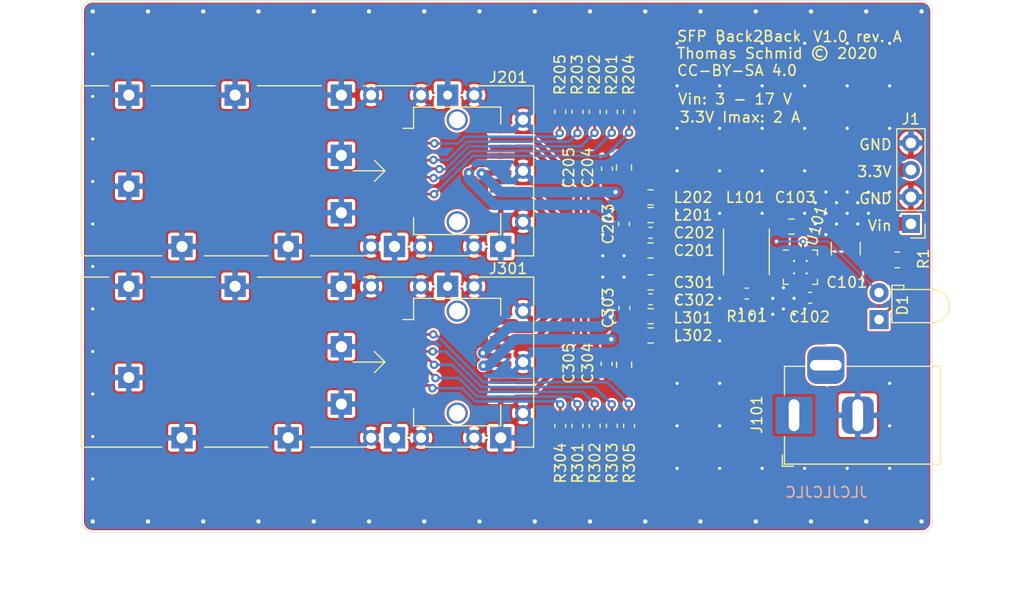
<source format=kicad_pcb>
(kicad_pcb (version 20171130) (host pcbnew 5.1.9)
  (layers (0 F.Cu signal) (31 B.Cu signal) (34 B.Paste user) (35 F.Paste user) (36 B.SilkS user) (37 F.SilkS user) (38 B.Mask user) (39 F.Mask user) (44 Edge.Cuts user))
  (net 0 "")
  (net 1 GND)
  (net 2 /sfp_module_1/RX-)
  (net 3 /sfp_module_1/RX+)
  (net 4 /sfp_module_2/VCC_T)
  (net 5 /sfp_module_2/VCC_R)
  (net 6 /sfp_module_2/RX+)
  (net 7 /sfp_module_2/RX-)
  (net 8 /sfp_module_2/RX_LOS)
  (net 9 /sfp_module_2/TX_FAULT)
  (net 10 /sfp_module_1/VCC_T)
  (net 11 /sfp_module_1/VCC_R)
  (net 12 /sfp_module_1/RX_LOS)
  (net 13 /sfp_module_1/TX_FAULT)
  (net 14 +3V3)
  (net 15 "Net-(C102-Pad1)")
  (net 16 "Net-(J201-Pad7)")
  (net 17 "Net-(J201-Pad6)")
  (net 18 "Net-(J201-Pad5)")
  (net 19 "Net-(J201-Pad4)")
  (net 20 "Net-(J301-Pad7)")
  (net 21 "Net-(J301-Pad6)")
  (net 22 "Net-(J301-Pad5)")
  (net 23 "Net-(J301-Pad4)")
  (net 24 "Net-(L101-Pad1)")
  (net 25 "Net-(R101-Pad2)")
  (net 26 "Net-(D1-Pad1)")
  (net 27 /Vin)
  (module Resistor_SMD:R_0805_2012Metric (layer F.Cu) (at 256.7178 124.3838)
    (fp_text reference R1 (at 2.4638 -0.1016 90) (layer F.SilkS))
    (fp_text value 470)
    (pad 2 smd roundrect (at 0.9125 0) (size 1.025 1.4) (layers F.Cu F.Paste F.Mask) (roundrect_rratio 0.2439014634146341) (net 1 GND))
    (pad 1 smd roundrect (at -0.9125 0) (size 1.025 1.4) (layers F.Cu F.Paste F.Mask) (roundrect_rratio 0.2439014634146341) (net 26 "Net-(D1-Pad1)"))
  )
  (module Connector_PinHeader_2.54mm:PinHeader_1x04_P2.54mm_Vertical (layer F.Cu) (at 258 121 180)
    (fp_text reference J1 (at 0 9.875) (layer F.SilkS))
    (fp_text value Conn_01x04)
    (pad 4 thru_hole oval (at 0 7.62 180) (size 1.7 1.7) (drill 1) (layers *.Cu *.Mask) (net 1 GND))
    (pad 3 thru_hole oval (at 0 5.08 180) (size 1.7 1.7) (drill 1) (layers *.Cu *.Mask) (net 14 +3V3))
    (pad 2 thru_hole oval (at 0 2.54 180) (size 1.7 1.7) (drill 1) (layers *.Cu *.Mask) (net 1 GND))
    (pad 1 thru_hole rect (at 0 0 180) (size 1.7 1.7) (drill 1) (layers *.Cu *.Mask) (net 27 /Vin))
  )
  (module Capacitor_SMD:C_0603_1608Metric (layer F.Cu) (at 229.4 115.8 90)
    (fp_text reference C205 (at 0.1 -3.594 90) (layer F.SilkS))
    (fp_text value 100nF)
    (pad 2 smd roundrect (at 0.7875 0 90) (size 0.875 0.95) (layers F.Cu F.Paste F.Mask) (net 1 GND))
    (pad 1 smd roundrect (at -0.7875 0 90) (size 0.875 0.95) (layers F.Cu F.Paste F.Mask) (net 5 /sfp_module_2/VCC_R))
  )
  (module LED_THT:LED_D3.0mm_Horizontal_O1.27mm_Z2.0mm (layer F.Cu) (at 255 130 90)
    (fp_text reference D1 (at 1.35 2.2 90) (layer F.SilkS))
    (fp_text value LED)
    (pad 2 thru_hole circle (at 2.54 0 90) (size 1.8 1.8) (drill 0.9) (layers *.Cu *.Mask) (net 14 +3V3))
    (pad 1 thru_hole rect (at 0 0 90) (size 1.8 1.8) (drill 0.9) (layers *.Cu *.Mask) (net 26 "Net-(D1-Pad1)"))
  )
  (module Connector_BarrelJack:BarrelJack_Horizontal (layer F.Cu) (at 247 139 180)
    (fp_text reference J101 (at 3.5 0.05 90) (layer F.SilkS))
    (fp_text value Barrel_Jack)
    (pad 3 thru_hole roundrect (at -3 4.7 180) (size 3.5 3.5) (drill oval 3 1) (layers *.Cu *.Mask))
    (pad 2 thru_hole roundrect (at -6 0 180) (size 3 3.5) (drill oval 1 3) (layers *.Cu *.Mask) (net 1 GND))
    (pad 1 thru_hole rect (at 0 0 180) (size 3.5 3.5) (drill oval 1 3) (layers *.Cu *.Mask) (net 27 /Vin))
  )
  (module Capacitor_SMD:C_0603_1608Metric (layer F.Cu) (at 229.3593 134.15 270)
    (fp_text reference C305 (at -0.038 3.5533 90) (layer F.SilkS))
    (fp_text value 100nF)
    (pad 2 smd roundrect (at 0.7875 0 270) (size 0.875 0.95) (layers F.Cu F.Paste F.Mask) (net 1 GND))
    (pad 1 smd roundrect (at -0.7875 0 270) (size 0.875 0.95) (layers F.Cu F.Paste F.Mask) (net 11 /sfp_module_1/VCC_R))
  )
  (module Capacitor_SMD:C_0805_2012Metric (layer F.Cu) (at 231.0093 134.25 270)
    (fp_text reference C304 (at -0.1507 3.4253 90) (layer F.SilkS))
    (fp_text value 10uF)
    (pad 2 smd roundrect (at 0.9375 0 270) (size 0.975 1.4) (layers F.Cu F.Paste F.Mask) (net 1 GND))
    (pad 1 smd roundrect (at -0.9375 0 270) (size 0.975 1.4) (layers F.Cu F.Paste F.Mask) (net 11 /sfp_module_1/VCC_R))
  )
  (module Capacitor_SMD:C_0603_1608Metric (layer F.Cu) (at 231.0384 128.905 90)
    (fp_text reference C303 (at 0.005 -1.5384 90) (layer F.SilkS))
    (fp_text value 100nF)
    (pad 2 smd roundrect (at 0.7875 0 90) (size 0.875 0.95) (layers F.Cu F.Paste F.Mask) (net 1 GND))
    (pad 1 smd roundrect (at -0.7875 0 90) (size 0.875 0.95) (layers F.Cu F.Paste F.Mask) (net 10 /sfp_module_1/VCC_T))
  )
  (module Capacitor_SMD:C_0603_1608Metric (layer F.Cu) (at 233.5 128.091666 180)
    (fp_text reference C302 (at -4.095238 -0.076934) (layer F.SilkS))
    (fp_text value 100nF)
    (pad 2 smd roundrect (at 0.7875 0 180) (size 0.875 0.95) (layers F.Cu F.Paste F.Mask) (net 1 GND))
    (pad 1 smd roundrect (at -0.7875 0 180) (size 0.875 0.95) (layers F.Cu F.Paste F.Mask) (net 14 +3V3))
  )
  (module Capacitor_SMD:C_0805_2012Metric (layer F.Cu) (at 233.5 126.5 180)
    (fp_text reference C301 (at -4.095238 -0.0052) (layer F.SilkS))
    (fp_text value 10uF)
    (pad 2 smd roundrect (at 0.9375 0 180) (size 0.975 1.4) (layers F.Cu F.Paste F.Mask) (net 1 GND))
    (pad 1 smd roundrect (at -0.9375 0 180) (size 0.975 1.4) (layers F.Cu F.Paste F.Mask) (net 14 +3V3))
  )
  (module Capacitor_SMD:C_0805_2012Metric (layer F.Cu) (at 231 115.7 90)
    (fp_text reference C204 (at 0 -3.416 90) (layer F.SilkS))
    (fp_text value 10uF)
    (pad 2 smd roundrect (at 0.9375 0 90) (size 0.975 1.4) (layers F.Cu F.Paste F.Mask) (net 1 GND))
    (pad 1 smd roundrect (at -0.9375 0 90) (size 0.975 1.4) (layers F.Cu F.Paste F.Mask) (net 5 /sfp_module_2/VCC_R))
  )
  (module Capacitor_SMD:C_0603_1608Metric (layer F.Cu) (at 231 121 270)
    (fp_text reference C203 (at 0 1.5 90) (layer F.SilkS))
    (fp_text value 100nF)
    (pad 2 smd roundrect (at 0.7875 0 270) (size 0.875 0.95) (layers F.Cu F.Paste F.Mask) (net 1 GND))
    (pad 1 smd roundrect (at -0.7875 0 270) (size 0.875 0.95) (layers F.Cu F.Paste F.Mask) (net 4 /sfp_module_2/VCC_T))
  )
  (module Capacitor_SMD:C_0603_1608Metric (layer F.Cu) (at 233.5 121.833332 180)
    (fp_text reference C202 (at -4.095238 0) (layer F.SilkS))
    (fp_text value 100nF)
    (pad 2 smd roundrect (at 0.7875 0 180) (size 0.875 0.95) (layers F.Cu F.Paste F.Mask) (net 1 GND))
    (pad 1 smd roundrect (at -0.7875 0 180) (size 0.875 0.95) (layers F.Cu F.Paste F.Mask) (net 14 +3V3))
  )
  (module Capacitor_SMD:C_0805_2012Metric (layer F.Cu) (at 233.5 123.499998 180)
    (fp_text reference C201 (at -4.095238 0) (layer F.SilkS))
    (fp_text value 10uF)
    (pad 2 smd roundrect (at 0.9375 0 180) (size 0.975 1.4) (layers F.Cu F.Paste F.Mask) (net 1 GND))
    (pad 1 smd roundrect (at -0.9375 0 180) (size 0.975 1.4) (layers F.Cu F.Paste F.Mask) (net 14 +3V3))
  )
  (module Capacitor_SMD:C_0805_2012Metric (layer F.Cu) (at 246.761 121.25)
    (fp_text reference C103 (at 0.35 -2.75) (layer F.SilkS))
    (fp_text value 22uF)
    (pad 2 smd roundrect (at 0.9375 0) (size 0.975 1.4) (layers F.Cu F.Paste F.Mask) (net 1 GND))
    (pad 1 smd roundrect (at -0.9375 0) (size 0.975 1.4) (layers F.Cu F.Paste F.Mask) (net 14 +3V3))
  )
  (module Capacitor_SMD:C_0603_1608Metric (layer F.Cu) (at 248.5125 127.95 180)
    (fp_text reference C102 (at 0.0625 -1.8) (layer F.SilkS))
    (fp_text value 3.3nF)
    (pad 2 smd roundrect (at 0.7875 0 180) (size 0.875 0.95) (layers F.Cu F.Paste F.Mask) (net 1 GND))
    (pad 1 smd roundrect (at -0.7875 0 180) (size 0.875 0.95) (layers F.Cu F.Paste F.Mask) (net 15 "Net-(C102-Pad1)"))
  )
  (module Capacitor_SMD:C_1210_3225Metric (layer F.Cu) (at 251.8664 123.317 90)
    (fp_text reference C101 (at -3.175 0.1016 180) (layer F.SilkS))
    (fp_text value 10uF)
    (pad 2 smd roundrect (at 1.4 0 90) (size 1.25 2.65) (layers F.Cu F.Paste F.Mask) (roundrect_rratio 0.2) (net 1 GND))
    (pad 1 smd roundrect (at -1.4 0 90) (size 1.25 2.65) (layers F.Cu F.Paste F.Mask) (roundrect_rratio 0.2) (net 27 /Vin))
  )
  (module Resistor_SMD:R_0603_1608Metric (layer F.Cu) (at 242.55 127.55)
    (fp_text reference R101 (at 0 2.15 180) (layer F.SilkS))
    (fp_text value 100k)
    (pad 2 smd roundrect (at 0.7875 0) (size 0.875 0.95) (layers F.Cu F.Paste F.Mask) (net 25 "Net-(R101-Pad2)"))
    (pad 1 smd roundrect (at -0.7875 0) (size 0.875 0.95) (layers F.Cu F.Paste F.Mask) (net 14 +3V3))
  )
  (module Inductor_SMD:L_0805_2012Metric (layer F.Cu) (at 233.5022 131.4958 180)
    (fp_text reference L302 (at -3.9978 0.0004) (layer F.SilkS))
    (fp_text value 1uH)
    (pad 2 smd roundrect (at 0.9375 0 180) (size 0.975 1.4) (layers F.Cu F.Paste F.Mask) (net 11 /sfp_module_1/VCC_R))
    (pad 1 smd roundrect (at -0.9375 0 180) (size 0.975 1.4) (layers F.Cu F.Paste F.Mask) (net 14 +3V3))
  )
  (module Inductor_SMD:L_0805_2012Metric (layer F.Cu) (at 233.5 129.683332 180)
    (fp_text reference L301 (at -4 -0.148668) (layer F.SilkS))
    (fp_text value 1uH)
    (pad 2 smd roundrect (at 0.9375 0 180) (size 0.975 1.4) (layers F.Cu F.Paste F.Mask) (net 10 /sfp_module_1/VCC_T))
    (pad 1 smd roundrect (at -0.9375 0 180) (size 0.975 1.4) (layers F.Cu F.Paste F.Mask) (net 14 +3V3))
  )
  (module Inductor_SMD:L_0805_2012Metric (layer F.Cu) (at 233.5 118.5 180)
    (fp_text reference L202 (at -4 0) (layer F.SilkS))
    (fp_text value 1uH)
    (pad 2 smd roundrect (at 0.9375 0 180) (size 0.975 1.4) (layers F.Cu F.Paste F.Mask) (net 5 /sfp_module_2/VCC_R))
    (pad 1 smd roundrect (at -0.9375 0 180) (size 0.975 1.4) (layers F.Cu F.Paste F.Mask) (net 14 +3V3))
  )
  (module Inductor_SMD:L_0805_2012Metric (layer F.Cu) (at 233.5 120.166666 180)
    (fp_text reference L201 (at -4 0) (layer F.SilkS))
    (fp_text value 1uH)
    (pad 2 smd roundrect (at 0.9375 0 180) (size 0.975 1.4) (layers F.Cu F.Paste F.Mask) (net 4 /sfp_module_2/VCC_T))
    (pad 1 smd roundrect (at -0.9375 0 180) (size 0.975 1.4) (layers F.Cu F.Paste F.Mask) (net 14 +3V3))
  )
  (module Connector:Connector_SFP_and_Cage (layer F.Cu) (at 221.5 134)
    (fp_text reference J301 (at -1.4 -8.8) (layer F.SilkS))
    (fp_text value SFP)
    (pad CAGE thru_hole circle (at -9.6 7.125) (size 1.5 1.5) (drill 0.95) (layers *.Cu *.Mask) (net 1 GND))
    (pad CAGE thru_hole circle (at -14.3 7.125) (size 1.5 1.5) (drill 0.95) (layers *.Cu *.Mask) (net 1 GND))
    (pad CAGE thru_hole circle (at -14.3 -7.125) (size 1.5 1.5) (drill 0.95) (layers *.Cu *.Mask) (net 1 GND))
    (pad CAGE thru_hole circle (at -9.6 -7.125) (size 1.5 1.5) (drill 0.95) (layers *.Cu *.Mask) (net 1 GND))
    (pad CAGE thru_hole circle (at -4.6 -7.125) (size 1.5 1.5) (drill 0.95) (layers *.Cu *.Mask) (net 1 GND))
    (pad CAGE thru_hole circle (at -4.6 7.125) (size 1.5 1.5) (drill 0.95) (layers *.Cu *.Mask) (net 1 GND))
    (pad CAGE thru_hole rect (at -17.1 -1.45) (size 2 2) (drill 1.05) (layers *.Cu *.Mask) (net 1 GND))
    (pad CAGE thru_hole rect (at -17.1 3.95) (size 2 2) (drill 1.05) (layers *.Cu *.Mask) (net 1 GND))
    (pad CAGE thru_hole rect (at -37.1 1.45) (size 2 2) (drill 1.05) (layers *.Cu *.Mask) (net 1 GND))
    (pad CAGE thru_hole rect (at -32.1 7.125) (size 2 2) (drill 1.05) (layers *.Cu *.Mask) (net 1 GND))
    (pad CAGE thru_hole rect (at -22.1 7.125) (size 2 2) (drill 1.05) (layers *.Cu *.Mask) (net 1 GND))
    (pad CAGE thru_hole rect (at -12.1 7.125) (size 2 2) (drill 1.05) (layers *.Cu *.Mask) (net 1 GND))
    (pad CAGE thru_hole rect (at -2.1 7.125) (size 2 2) (drill 1.05) (layers *.Cu *.Mask) (net 1 GND))
    (pad CAGE thru_hole circle (at 0 4.8) (size 1.5 1.5) (drill 0.95) (layers *.Cu *.Mask) (net 1 GND))
    (pad CAGE thru_hole circle (at 0 -4.8) (size 1.5 1.5) (drill 0.95) (layers *.Cu *.Mask) (net 1 GND))
    (pad CAGE thru_hole circle (at 0 0) (size 1.5 1.5) (drill 0.95) (layers *.Cu *.Mask) (net 1 GND))
    (pad CAGE thru_hole rect (at -37.1 -7.125) (size 2 2) (drill 1.05) (layers *.Cu *.Mask) (net 1 GND))
    (pad CAGE thru_hole rect (at -27.1 -7.125) (size 2 2) (drill 1.05) (layers *.Cu *.Mask) (net 1 GND))
    (pad CAGE thru_hole rect (at -17.1 -7.125) (size 2 2) (drill 1.05) (layers *.Cu *.Mask) (net 1 GND))
    (pad CAGE thru_hole rect (at -7.1 -7.125) (size 2 2) (drill 0.85) (layers *.Cu *.Mask) (net 1 GND))
    (pad "" np_thru_hole circle (at -6.2 -4.8) (size 2 2) (drill 1.55) (layers *.Cu *.Mask))
    (pad "" np_thru_hole circle (at -6.2 4.8) (size 2 2) (drill 1.55) (layers *.Cu *.Mask))
    (pad 20 smd rect (at -2.1 -3.8) (size 2 0.5) (layers F.Cu F.Paste F.Mask) (net 1 GND))
    (pad 19 smd rect (at -2.1 -3) (size 2 0.5) (layers F.Cu F.Paste F.Mask) (net 7 /sfp_module_2/RX-))
    (pad 18 smd rect (at -2.1 -2.2) (size 2 0.5) (layers F.Cu F.Paste F.Mask) (net 6 /sfp_module_2/RX+))
    (pad 17 smd rect (at -2.1 -1.4) (size 2 0.5) (layers F.Cu F.Paste F.Mask) (net 1 GND))
    (pad 16 smd rect (at -2.1 -0.6) (size 2 0.5) (layers F.Cu F.Paste F.Mask) (net 10 /sfp_module_1/VCC_T))
    (pad 15 smd rect (at -2.1 0.2) (size 2 0.5) (layers F.Cu F.Paste F.Mask) (net 11 /sfp_module_1/VCC_R))
    (pad 14 smd rect (at -2.1 1) (size 2 0.5) (layers F.Cu F.Paste F.Mask) (net 1 GND))
    (pad 13 smd rect (at -2.1 1.8) (size 2 0.5) (layers F.Cu F.Paste F.Mask) (net 3 /sfp_module_1/RX+))
    (pad 12 smd rect (at -2.1 2.6) (size 2 0.5) (layers F.Cu F.Paste F.Mask) (net 2 /sfp_module_1/RX-))
    (pad 11 smd rect (at -2.1 3.4) (size 2 0.5) (layers F.Cu F.Paste F.Mask) (net 1 GND))
    (pad 10 smd rect (at -10.3 3.8) (size 2 0.5) (layers F.Cu F.Paste F.Mask) (net 1 GND))
    (pad 9 smd rect (at -10.3 3) (size 2 0.5) (layers F.Cu F.Paste F.Mask) (net 1 GND))
    (pad 8 smd rect (at -10.3 2.2) (size 2 0.5) (layers F.Cu F.Paste F.Mask) (net 12 /sfp_module_1/RX_LOS))
    (pad 7 smd rect (at -10.3 1.4) (size 2 0.5) (layers F.Cu F.Paste F.Mask) (net 20 "Net-(J301-Pad7)"))
    (pad 6 smd rect (at -10.3 0.6) (size 2 0.5) (layers F.Cu F.Paste F.Mask) (net 21 "Net-(J301-Pad6)"))
    (pad 5 smd rect (at -10.3 -0.2) (size 2 0.5) (layers F.Cu F.Paste F.Mask) (net 22 "Net-(J301-Pad5)"))
    (pad 4 smd rect (at -10.3 -1) (size 2 0.5) (layers F.Cu F.Paste F.Mask) (net 23 "Net-(J301-Pad4)"))
    (pad 3 smd rect (at -10.3 -1.8) (size 2 0.5) (layers F.Cu F.Paste F.Mask) (net 1 GND))
    (pad 2 smd rect (at -10.3 -2.6) (size 2 0.5) (layers F.Cu F.Paste F.Mask) (net 13 /sfp_module_1/TX_FAULT))
    (pad 1 smd rect (at -10.3 -3.4) (size 2 0.5) (layers F.Cu F.Paste F.Mask) (net 1 GND))
  )
  (module Connector:Connector_SFP_and_Cage (layer F.Cu) (at 221.5 116)
    (fp_text reference J201 (at -1.4 -8.8) (layer F.SilkS))
    (fp_text value SFP)
    (pad CAGE thru_hole circle (at -9.6 7.125) (size 1.5 1.5) (drill 0.95) (layers *.Cu *.Mask) (net 1 GND))
    (pad CAGE thru_hole circle (at -14.3 7.125) (size 1.5 1.5) (drill 0.95) (layers *.Cu *.Mask) (net 1 GND))
    (pad CAGE thru_hole circle (at -14.3 -7.125) (size 1.5 1.5) (drill 0.95) (layers *.Cu *.Mask) (net 1 GND))
    (pad CAGE thru_hole circle (at -9.6 -7.125) (size 1.5 1.5) (drill 0.95) (layers *.Cu *.Mask) (net 1 GND))
    (pad CAGE thru_hole circle (at -4.6 -7.125) (size 1.5 1.5) (drill 0.95) (layers *.Cu *.Mask) (net 1 GND))
    (pad CAGE thru_hole circle (at -4.6 7.125) (size 1.5 1.5) (drill 0.95) (layers *.Cu *.Mask) (net 1 GND))
    (pad CAGE thru_hole rect (at -17.1 -1.45) (size 2 2) (drill 1.05) (layers *.Cu *.Mask) (net 1 GND))
    (pad CAGE thru_hole rect (at -17.1 3.95) (size 2 2) (drill 1.05) (layers *.Cu *.Mask) (net 1 GND))
    (pad CAGE thru_hole rect (at -37.1 1.45) (size 2 2) (drill 1.05) (layers *.Cu *.Mask) (net 1 GND))
    (pad CAGE thru_hole rect (at -32.1 7.125) (size 2 2) (drill 1.05) (layers *.Cu *.Mask) (net 1 GND))
    (pad CAGE thru_hole rect (at -22.1 7.125) (size 2 2) (drill 1.05) (layers *.Cu *.Mask) (net 1 GND))
    (pad CAGE thru_hole rect (at -12.1 7.125) (size 2 2) (drill 1.05) (layers *.Cu *.Mask) (net 1 GND))
    (pad CAGE thru_hole rect (at -2.1 7.125) (size 2 2) (drill 1.05) (layers *.Cu *.Mask) (net 1 GND))
    (pad CAGE thru_hole circle (at 0 4.8) (size 1.5 1.5) (drill 0.95) (layers *.Cu *.Mask) (net 1 GND))
    (pad CAGE thru_hole circle (at 0 -4.8) (size 1.5 1.5) (drill 0.95) (layers *.Cu *.Mask) (net 1 GND))
    (pad CAGE thru_hole circle (at 0 0) (size 1.5 1.5) (drill 0.95) (layers *.Cu *.Mask) (net 1 GND))
    (pad CAGE thru_hole rect (at -37.1 -7.125) (size 2 2) (drill 1.05) (layers *.Cu *.Mask) (net 1 GND))
    (pad CAGE thru_hole rect (at -27.1 -7.125) (size 2 2) (drill 1.05) (layers *.Cu *.Mask) (net 1 GND))
    (pad CAGE thru_hole rect (at -17.1 -7.125) (size 2 2) (drill 1.05) (layers *.Cu *.Mask) (net 1 GND))
    (pad CAGE thru_hole rect (at -7.1 -7.125) (size 2 2) (drill 0.85) (layers *.Cu *.Mask) (net 1 GND))
    (pad "" np_thru_hole circle (at -6.2 -4.8) (size 2 2) (drill 1.55) (layers *.Cu *.Mask))
    (pad "" np_thru_hole circle (at -6.2 4.8) (size 2 2) (drill 1.55) (layers *.Cu *.Mask))
    (pad 20 smd rect (at -2.1 -3.8) (size 2 0.5) (layers F.Cu F.Paste F.Mask) (net 1 GND))
    (pad 19 smd rect (at -2.1 -3) (size 2 0.5) (layers F.Cu F.Paste F.Mask) (net 2 /sfp_module_1/RX-))
    (pad 18 smd rect (at -2.1 -2.2) (size 2 0.5) (layers F.Cu F.Paste F.Mask) (net 3 /sfp_module_1/RX+))
    (pad 17 smd rect (at -2.1 -1.4) (size 2 0.5) (layers F.Cu F.Paste F.Mask) (net 1 GND))
    (pad 16 smd rect (at -2.1 -0.6) (size 2 0.5) (layers F.Cu F.Paste F.Mask) (net 4 /sfp_module_2/VCC_T))
    (pad 15 smd rect (at -2.1 0.2) (size 2 0.5) (layers F.Cu F.Paste F.Mask) (net 5 /sfp_module_2/VCC_R))
    (pad 14 smd rect (at -2.1 1) (size 2 0.5) (layers F.Cu F.Paste F.Mask) (net 1 GND))
    (pad 13 smd rect (at -2.1 1.8) (size 2 0.5) (layers F.Cu F.Paste F.Mask) (net 6 /sfp_module_2/RX+))
    (pad 12 smd rect (at -2.1 2.6) (size 2 0.5) (layers F.Cu F.Paste F.Mask) (net 7 /sfp_module_2/RX-))
    (pad 11 smd rect (at -2.1 3.4) (size 2 0.5) (layers F.Cu F.Paste F.Mask) (net 1 GND))
    (pad 10 smd rect (at -10.3 3.8) (size 2 0.5) (layers F.Cu F.Paste F.Mask) (net 1 GND))
    (pad 9 smd rect (at -10.3 3) (size 2 0.5) (layers F.Cu F.Paste F.Mask) (net 1 GND))
    (pad 8 smd rect (at -10.3 2.2) (size 2 0.5) (layers F.Cu F.Paste F.Mask) (net 8 /sfp_module_2/RX_LOS))
    (pad 7 smd rect (at -10.3 1.4) (size 2 0.5) (layers F.Cu F.Paste F.Mask) (net 16 "Net-(J201-Pad7)"))
    (pad 6 smd rect (at -10.3 0.6) (size 2 0.5) (layers F.Cu F.Paste F.Mask) (net 17 "Net-(J201-Pad6)"))
    (pad 5 smd rect (at -10.3 -0.2) (size 2 0.5) (layers F.Cu F.Paste F.Mask) (net 18 "Net-(J201-Pad5)"))
    (pad 4 smd rect (at -10.3 -1) (size 2 0.5) (layers F.Cu F.Paste F.Mask) (net 19 "Net-(J201-Pad4)"))
    (pad 3 smd rect (at -10.3 -1.8) (size 2 0.5) (layers F.Cu F.Paste F.Mask) (net 1 GND))
    (pad 2 smd rect (at -10.3 -2.6) (size 2 0.5) (layers F.Cu F.Paste F.Mask) (net 9 /sfp_module_2/TX_FAULT))
    (pad 1 smd rect (at -10.3 -3.4) (size 2 0.5) (layers F.Cu F.Paste F.Mask) (net 1 GND))
  )
  (module Inductor_SMD:L_Coilcraft_XxL4020 (layer F.Cu) (at 242.5192 123.6218 90)
    (fp_text reference L101 (at 5.1218 -0.1192 180) (layer F.SilkS))
    (fp_text value L)
    (pad 2 smd rect (at 1.185 0 90) (size 0.98 3.4) (layers F.Cu F.Paste F.Mask) (net 14 +3V3))
    (pad 1 smd rect (at -1.185 0 90) (size 0.98 3.4) (layers F.Cu F.Paste F.Mask) (net 24 "Net-(L101-Pad1)"))
  )
  (module Package_DFN_QFN:VQFN-16-1EP_3x3mm_P0.5mm_EP1.68x1.68mm_ThermalVias (layer F.Cu) (at 247.5992 125.0696)
    (fp_text reference U101 (at 1.5008 -3.9196 75) (layer F.SilkS))
    (fp_text value TPS62142)
    (pad 17 smd rect (at 0 0) (size 1.68 1.68) (layers B.Cu) (net 1 GND))
    (pad 17 thru_hole circle (at 0.59 0.59) (size 0.5 0.5) (drill 0.2) (layers *.Cu) (net 1 GND))
    (pad 17 thru_hole circle (at -0.59 0.59) (size 0.5 0.5) (drill 0.2) (layers *.Cu) (net 1 GND))
    (pad 17 thru_hole circle (at 0.59 -0.59) (size 0.5 0.5) (drill 0.2) (layers *.Cu) (net 1 GND))
    (pad 17 thru_hole circle (at -0.59 -0.59) (size 0.5 0.5) (drill 0.2) (layers *.Cu) (net 1 GND))
    (pad 17 smd rect (at 0 0) (size 1.68 1.68) (layers F.Cu F.Mask) (net 1 GND))
    (pad 16 smd roundrect (at -0.75 -1.4625) (size 0.25 0.825) (layers F.Cu F.Paste F.Mask) (net 1 GND))
    (pad 15 smd roundrect (at -0.25 -1.4625) (size 0.25 0.825) (layers F.Cu F.Paste F.Mask) (net 1 GND))
    (pad 14 smd roundrect (at 0.25 -1.4625) (size 0.25 0.825) (layers F.Cu F.Paste F.Mask) (net 14 +3V3))
    (pad 13 smd roundrect (at 0.75 -1.4625) (size 0.25 0.825) (layers F.Cu F.Paste F.Mask) (net 27 /Vin))
    (pad 12 smd roundrect (at 1.4625 -0.75) (size 0.825 0.25) (layers F.Cu F.Paste F.Mask) (net 27 /Vin))
    (pad 11 smd roundrect (at 1.4625 -0.25) (size 0.825 0.25) (layers F.Cu F.Paste F.Mask) (net 27 /Vin))
    (pad 10 smd roundrect (at 1.4625 0.25) (size 0.825 0.25) (layers F.Cu F.Paste F.Mask) (net 27 /Vin))
    (pad 9 smd roundrect (at 1.4625 0.75) (size 0.825 0.25) (layers F.Cu F.Paste F.Mask) (net 15 "Net-(C102-Pad1)"))
    (pad 8 smd roundrect (at 0.75 1.4625) (size 0.25 0.825) (layers F.Cu F.Paste F.Mask) (net 1 GND))
    (pad 7 smd roundrect (at 0.25 1.4625) (size 0.25 0.825) (layers F.Cu F.Paste F.Mask) (net 1 GND))
    (pad 6 smd roundrect (at -0.25 1.4625) (size 0.25 0.825) (layers F.Cu F.Paste F.Mask) (net 1 GND))
    (pad 5 smd roundrect (at -0.75 1.4625) (size 0.25 0.825) (layers F.Cu F.Paste F.Mask) (net 1 GND))
    (pad 4 smd roundrect (at -1.4625 0.75) (size 0.825 0.25) (layers F.Cu F.Paste F.Mask) (net 25 "Net-(R101-Pad2)"))
    (pad 3 smd roundrect (at -1.4625 0.25) (size 0.825 0.25) (layers F.Cu F.Paste F.Mask) (net 24 "Net-(L101-Pad1)"))
    (pad 2 smd roundrect (at -1.4625 -0.25) (size 0.825 0.25) (layers F.Cu F.Paste F.Mask) (net 24 "Net-(L101-Pad1)"))
    (pad 1 smd roundrect (at -1.4625 -0.75) (size 0.825 0.25) (layers F.Cu F.Paste F.Mask) (net 24 "Net-(L101-Pad1)"))
  )
  (module Resistor_SMD:R_0603_1608Metric (layer F.Cu) (at 231.475 140 270)
    (fp_text reference R305 (at 3.5052 -0.0203 90) (layer F.SilkS))
    (fp_text value 10k)
    (pad 2 smd roundrect (at 0.7875 0 270) (size 0.875 0.95) (layers F.Cu F.Paste F.Mask) (net 10 /sfp_module_1/VCC_T))
    (pad 1 smd roundrect (at -0.7875 0 270) (size 0.875 0.95) (layers F.Cu F.Paste F.Mask) (net 13 /sfp_module_1/TX_FAULT))
  )
  (module Resistor_SMD:R_0603_1608Metric (layer F.Cu) (at 225 140 270)
    (fp_text reference R304 (at 3.5052 -0.0203 90) (layer F.SilkS))
    (fp_text value 10k)
    (pad 2 smd roundrect (at 0.7875 0 270) (size 0.875 0.95) (layers F.Cu F.Paste F.Mask) (net 10 /sfp_module_1/VCC_T))
    (pad 1 smd roundrect (at -0.7875 0 270) (size 0.875 0.95) (layers F.Cu F.Paste F.Mask) (net 12 /sfp_module_1/RX_LOS))
  )
  (module Resistor_SMD:R_0603_1608Metric (layer F.Cu) (at 229.85625 140 270)
    (fp_text reference R303 (at 3.5052 -0.0203 90) (layer F.SilkS))
    (fp_text value 10k)
    (pad 2 smd roundrect (at 0.7875 0 270) (size 0.875 0.95) (layers F.Cu F.Paste F.Mask) (net 10 /sfp_module_1/VCC_T))
    (pad 1 smd roundrect (at -0.7875 0 270) (size 0.875 0.95) (layers F.Cu F.Paste F.Mask) (net 23 "Net-(J301-Pad4)"))
  )
  (module Resistor_SMD:R_0603_1608Metric (layer F.Cu) (at 228.2375 140 270)
    (fp_text reference R302 (at 3.5052 -0.0203 90) (layer F.SilkS))
    (fp_text value 10k)
    (pad 2 smd roundrect (at 0.7875 0 270) (size 0.875 0.95) (layers F.Cu F.Paste F.Mask) (net 10 /sfp_module_1/VCC_T))
    (pad 1 smd roundrect (at -0.7875 0 270) (size 0.875 0.95) (layers F.Cu F.Paste F.Mask) (net 22 "Net-(J301-Pad5)"))
  )
  (module Resistor_SMD:R_0603_1608Metric (layer F.Cu) (at 226.61875 140 270)
    (fp_text reference R301 (at 3.5052 -0.0203 90) (layer F.SilkS))
    (fp_text value 10k)
    (pad 2 smd roundrect (at 0.7875 0 270) (size 0.875 0.95) (layers F.Cu F.Paste F.Mask) (net 10 /sfp_module_1/VCC_T))
    (pad 1 smd roundrect (at -0.7875 0 270) (size 0.875 0.95) (layers F.Cu F.Paste F.Mask) (net 21 "Net-(J301-Pad6)"))
  )
  (module Resistor_SMD:R_0603_1608Metric (layer F.Cu) (at 225 110.45 90)
    (fp_text reference R205 (at 3.5 -0.03 90) (layer F.SilkS))
    (fp_text value 10k)
    (pad 2 smd roundrect (at 0.7875 0 90) (size 0.875 0.95) (layers F.Cu F.Paste F.Mask) (net 4 /sfp_module_2/VCC_T))
    (pad 1 smd roundrect (at -0.7875 0 90) (size 0.875 0.95) (layers F.Cu F.Paste F.Mask) (net 9 /sfp_module_2/TX_FAULT))
  )
  (module Resistor_SMD:R_0603_1608Metric (layer F.Cu) (at 231.475 110.45 90)
    (fp_text reference R204 (at 3.5 -0.03 90) (layer F.SilkS))
    (fp_text value 10k)
    (pad 2 smd roundrect (at 0.7875 0 90) (size 0.875 0.95) (layers F.Cu F.Paste F.Mask) (net 4 /sfp_module_2/VCC_T))
    (pad 1 smd roundrect (at -0.7875 0 90) (size 0.875 0.95) (layers F.Cu F.Paste F.Mask) (net 8 /sfp_module_2/RX_LOS))
  )
  (module Resistor_SMD:R_0603_1608Metric (layer F.Cu) (at 226.61875 110.45 90)
    (fp_text reference R203 (at 3.5 -0.03 90) (layer F.SilkS))
    (fp_text value 10k)
    (pad 2 smd roundrect (at 0.7875 0 90) (size 0.875 0.95) (layers F.Cu F.Paste F.Mask) (net 4 /sfp_module_2/VCC_T))
    (pad 1 smd roundrect (at -0.7875 0 90) (size 0.875 0.95) (layers F.Cu F.Paste F.Mask) (net 19 "Net-(J201-Pad4)"))
  )
  (module Resistor_SMD:R_0603_1608Metric (layer F.Cu) (at 228.2375 110.45 90)
    (fp_text reference R202 (at 3.5 -0.03 90) (layer F.SilkS))
    (fp_text value 10k)
    (pad 2 smd roundrect (at 0.7875 0 90) (size 0.875 0.95) (layers F.Cu F.Paste F.Mask) (net 4 /sfp_module_2/VCC_T))
    (pad 1 smd roundrect (at -0.7875 0 90) (size 0.875 0.95) (layers F.Cu F.Paste F.Mask) (net 18 "Net-(J201-Pad5)"))
  )
  (module Resistor_SMD:R_0603_1608Metric (layer F.Cu) (at 229.85625 110.45 90)
    (fp_text reference R201 (at 3.5 -0.03 90) (layer F.SilkS))
    (fp_text value 10k)
    (pad 2 smd roundrect (at 0.7875 0 90) (size 0.875 0.95) (layers F.Cu F.Paste F.Mask) (net 4 /sfp_module_2/VCC_T))
    (pad 1 smd roundrect (at -0.7875 0 90) (size 0.875 0.95) (layers F.Cu F.Paste F.Mask) (net 17 "Net-(J201-Pad6)"))
  )
  (gr_text JLCJLCJLC (at 250.0376 146.2532) (layer B.SilkS) (effects (font (size 1 1)) (justify mirror)))
  (gr_text "V1.0 rev. A" (at 252.984 103.378) (layer F.SilkS) (effects (font (size 1 1))))
  (gr_text Vin (at 256.286 121.158) (layer F.SilkS) (effects (font (size 1 1)) (justify right)))
  (gr_text GND (at 256.286 118.618) (layer F.SilkS) (effects (font (size 1 1)) (justify right)))
  (gr_text 3.3V (at 256.286 116.078) (layer F.SilkS) (effects (font (size 1 1)) (justify right)))
  (gr_text GND (at 256.286 113.538) (layer F.SilkS) (effects (font (size 1 1)) (justify right)))
  (gr_text "3.3V Imax: 2 A" (at 236.15 110.95) (layer F.SilkS) (effects (font (size 1 1)) (justify left)))
  (gr_text "Vin: 3 - 17 V" (at 236 109.25) (layer F.SilkS) (effects (font (size 1 1)) (justify left)))
  (gr_text "SFP Back2Back\nThomas Schmid © 2020\nCC-BY-SA 4.0" (at 235.9 104.95) (layer F.SilkS) (effects (font (size 1 1)) (justify left)))
  (gr_arc (start 181 101) (end 181 100) (angle -90) (layer Edge.Cuts) (width 0.05))
  (gr_arc (start 259 101) (end 260 101) (angle -90) (layer Edge.Cuts) (width 0.05))
  (gr_arc (start 259 149) (end 259 150) (angle -90) (layer Edge.Cuts) (width 0.05))
  (gr_arc (start 181 149) (end 180 149) (angle -90) (layer Edge.Cuts) (width 0.05))
  (gr_line (start 180 101) (end 180 149) (layer Edge.Cuts) (width 0.05))
  (gr_line (start 259 100) (end 181 100) (layer Edge.Cuts) (width 0.05))
  (gr_line (start 260 149) (end 260 101) (layer Edge.Cuts) (width 0.05))
  (gr_line (start 181 150) (end 259 150) (layer Edge.Cuts) (width 0.05))
  (via (at 253.8 149) (size 0.8) (drill 0.4) (layers F.Cu B.Cu) (net 1))
  (via (at 233 149) (size 0.8) (drill 0.4) (layers F.Cu B.Cu) (net 1))
  (via (at 191.4 149) (size 0.8) (drill 0.4) (layers F.Cu B.Cu) (net 1))
  (via (at 201.8 149) (size 0.8) (drill 0.4) (layers F.Cu B.Cu) (net 1))
  (via (at 243.4 149) (size 0.8) (drill 0.4) (layers F.Cu B.Cu) (net 1))
  (via (at 238.2 149) (size 0.8) (drill 0.4) (layers F.Cu B.Cu) (net 1))
  (via (at 248.6 149) (size 0.8) (drill 0.4) (layers F.Cu B.Cu) (net 1))
  (via (at 227.8 149) (size 0.8) (drill 0.4) (layers F.Cu B.Cu) (net 1))
  (via (at 212.2 149) (size 0.8) (drill 0.4) (layers F.Cu B.Cu) (net 1))
  (via (at 259 149) (size 0.8) (drill 0.4) (layers F.Cu B.Cu) (net 1))
  (via (at 217.4 149) (size 0.8) (drill 0.4) (layers F.Cu B.Cu) (net 1))
  (via (at 186.2 149) (size 0.8) (drill 0.4) (layers F.Cu B.Cu) (net 1))
  (via (at 196.6 149) (size 0.8) (drill 0.4) (layers F.Cu B.Cu) (net 1))
  (via (at 222.6 149) (size 0.8) (drill 0.4) (layers F.Cu B.Cu) (net 1))
  (via (at 207 149) (size 0.8) (drill 0.4) (layers F.Cu B.Cu) (net 1))
  (via (at 181 149) (size 0.8) (drill 0.4) (layers F.Cu B.Cu) (net 1))
  (via (at 229 124) (size 0.6) (drill 0.3) (layers F.Cu B.Cu) (net 1))
  (via (at 229 126) (size 0.6) (drill 0.3) (layers F.Cu B.Cu) (net 1))
  (via (at 231 126) (size 0.6) (drill 0.3) (layers F.Cu B.Cu) (net 1))
  (via (at 231 124) (size 0.6) (drill 0.3) (layers F.Cu B.Cu) (net 1))
  (via (at 229 122) (size 0.6) (drill 0.3) (layers F.Cu B.Cu) (net 1))
  (via (at 229 128) (size 0.6) (drill 0.3) (layers F.Cu B.Cu) (net 1))
  (via (at 181 101) (size 0.8) (drill 0.4) (layers F.Cu B.Cu) (net 1))
  (via (at 259 101) (size 0.8) (drill 0.4) (layers F.Cu B.Cu) (net 1))
  (via (at 186.2 101) (size 0.8) (drill 0.4) (layers F.Cu B.Cu) (net 1))
  (via (at 191.4 101) (size 0.8) (drill 0.4) (layers F.Cu B.Cu) (net 1))
  (via (at 196.6 101) (size 0.8) (drill 0.4) (layers F.Cu B.Cu) (net 1))
  (via (at 201.8 101) (size 0.8) (drill 0.4) (layers F.Cu B.Cu) (net 1))
  (via (at 207 101) (size 0.8) (drill 0.4) (layers F.Cu B.Cu) (net 1))
  (via (at 212.2 101) (size 0.8) (drill 0.4) (layers F.Cu B.Cu) (net 1))
  (via (at 217.4 101) (size 0.8) (drill 0.4) (layers F.Cu B.Cu) (net 1))
  (via (at 222.6 101) (size 0.8) (drill 0.4) (layers F.Cu B.Cu) (net 1))
  (via (at 227.8 101) (size 0.8) (drill 0.4) (layers F.Cu B.Cu) (net 1))
  (via (at 233 101) (size 0.8) (drill 0.4) (layers F.Cu B.Cu) (net 1))
  (via (at 238.2 101) (size 0.8) (drill 0.4) (layers F.Cu B.Cu) (net 1))
  (via (at 243.4 101) (size 0.8) (drill 0.4) (layers F.Cu B.Cu) (net 1))
  (via (at 248.6 101) (size 0.8) (drill 0.4) (layers F.Cu B.Cu) (net 1))
  (via (at 253.8 101) (size 0.8) (drill 0.4) (layers F.Cu B.Cu) (net 1))
  (via (at 236 128) (size 0.6) (drill 0.3) (layers F.Cu B.Cu) (net 1))
  (via (at 240 128) (size 0.6) (drill 0.3) (layers F.Cu B.Cu) (net 1))
  (via (at 236 132) (size 0.6) (drill 0.3) (layers F.Cu B.Cu) (net 1))
  (via (at 240 132) (size 0.6) (drill 0.3) (layers F.Cu B.Cu) (net 1))
  (via (at 236 136) (size 0.6) (drill 0.3) (layers F.Cu B.Cu) (net 1))
  (via (at 240 136) (size 0.6) (drill 0.3) (layers F.Cu B.Cu) (net 1))
  (via (at 236 140) (size 0.6) (drill 0.3) (layers F.Cu B.Cu) (net 1))
  (via (at 240 140) (size 0.6) (drill 0.3) (layers F.Cu B.Cu) (net 1))
  (via (at 242 129) (size 0.6) (drill 0.3) (layers F.Cu B.Cu) (net 1))
  (via (at 244 129) (size 0.6) (drill 0.3) (layers F.Cu B.Cu) (net 1))
  (via (at 246 129) (size 0.6) (drill 0.3) (layers F.Cu B.Cu) (net 1))
  (via (at 246 127) (size 0.6) (drill 0.3) (layers F.Cu B.Cu) (net 1))
  (via (at 248 129) (size 0.6) (drill 0.3) (layers F.Cu B.Cu) (net 1))
  (via (at 240 144) (size 0.6) (drill 0.3) (layers F.Cu B.Cu) (net 1))
  (via (at 236 144) (size 0.6) (drill 0.3) (layers F.Cu B.Cu) (net 1))
  (via (at 244 144) (size 0.6) (drill 0.3) (layers F.Cu B.Cu) (net 1))
  (via (at 248 144) (size 0.6) (drill 0.3) (layers F.Cu B.Cu) (net 1))
  (via (at 252 144) (size 0.6) (drill 0.3) (layers F.Cu B.Cu) (net 1))
  (via (at 236 120) (size 0.6) (drill 0.3) (layers F.Cu B.Cu) (net 1))
  (via (at 236 116) (size 0.6) (drill 0.3) (layers F.Cu B.Cu) (net 1))
  (via (at 240 116) (size 0.6) (drill 0.3) (layers F.Cu B.Cu) (net 1))
  (via (at 244 116) (size 0.6) (drill 0.3) (layers F.Cu B.Cu) (net 1))
  (via (at 248 116) (size 0.6) (drill 0.3) (layers F.Cu B.Cu) (net 1))
  (via (at 252 112) (size 0.6) (drill 0.3) (layers F.Cu B.Cu) (net 1))
  (via (at 248 112) (size 0.6) (drill 0.3) (layers F.Cu B.Cu) (net 1))
  (via (at 244 112) (size 0.6) (drill 0.3) (layers F.Cu B.Cu) (net 1))
  (via (at 240 112) (size 0.6) (drill 0.3) (layers F.Cu B.Cu) (net 1))
  (via (at 236 112) (size 0.6) (drill 0.3) (layers F.Cu B.Cu) (net 1))
  (via (at 236 108) (size 0.6) (drill 0.3) (layers F.Cu B.Cu) (net 1))
  (via (at 240 108) (size 0.6) (drill 0.3) (layers F.Cu B.Cu) (net 1))
  (via (at 244 108) (size 0.6) (drill 0.3) (layers F.Cu B.Cu) (net 1))
  (via (at 248 108) (size 0.6) (drill 0.3) (layers F.Cu B.Cu) (net 1))
  (via (at 252 108) (size 0.6) (drill 0.3) (layers F.Cu B.Cu) (net 1))
  (via (at 252 104) (size 0.6) (drill 0.3) (layers F.Cu B.Cu) (net 1))
  (via (at 248 104) (size 0.6) (drill 0.3) (layers F.Cu B.Cu) (net 1))
  (via (at 244 104) (size 0.6) (drill 0.3) (layers F.Cu B.Cu) (net 1))
  (via (at 240 104) (size 0.6) (drill 0.3) (layers F.Cu B.Cu) (net 1))
  (via (at 236 104) (size 0.6) (drill 0.3) (layers F.Cu B.Cu) (net 1))
  (via (at 256 104) (size 0.6) (drill 0.3) (layers F.Cu B.Cu) (net 1))
  (via (at 256 108) (size 0.6) (drill 0.3) (layers F.Cu B.Cu) (net 1))
  (via (at 252 120) (size 0.6) (drill 0.3) (layers F.Cu B.Cu) (net 1))
  (via (at 248 120) (size 0.6) (drill 0.3) (layers F.Cu B.Cu) (net 1))
  (via (at 256 144) (size 0.6) (drill 0.3) (layers F.Cu B.Cu) (net 1))
  (via (at 256 140) (size 0.6) (drill 0.3) (layers F.Cu B.Cu) (net 1))
  (via (at 256 136) (size 0.6) (drill 0.3) (layers F.Cu B.Cu) (net 1))
  (via (at 181 105) (size 0.6) (drill 0.3) (layers F.Cu B.Cu) (net 1))
  (via (at 181 109) (size 0.6) (drill 0.3) (layers F.Cu B.Cu) (net 1))
  (via (at 181 113) (size 0.6) (drill 0.3) (layers F.Cu B.Cu) (net 1))
  (via (at 181 117) (size 0.6) (drill 0.3) (layers F.Cu B.Cu) (net 1))
  (via (at 181 121) (size 0.6) (drill 0.3) (layers F.Cu B.Cu) (net 1))
  (via (at 181 125) (size 0.6) (drill 0.3) (layers F.Cu B.Cu) (net 1))
  (via (at 181 129) (size 0.6) (drill 0.3) (layers F.Cu B.Cu) (net 1))
  (via (at 181 133) (size 0.6) (drill 0.3) (layers F.Cu B.Cu) (net 1))
  (via (at 181 137) (size 0.6) (drill 0.3) (layers F.Cu B.Cu) (net 1))
  (via (at 181 141) (size 0.6) (drill 0.3) (layers F.Cu B.Cu) (net 1))
  (via (at 181 145) (size 0.6) (drill 0.3) (layers F.Cu B.Cu) (net 1))
  (via (at 250 120) (size 0.6) (drill 0.3) (layers F.Cu B.Cu) (net 1))
  (via (at 250 118) (size 0.6) (drill 0.3) (layers F.Cu B.Cu) (net 1))
  (via (at 252 118) (size 0.6) (drill 0.3) (layers F.Cu B.Cu) (net 1))
  (via (at 250 122) (size 0.6) (drill 0.3) (layers F.Cu B.Cu) (net 1))
  (via (at 245 128) (size 0.6) (drill 0.3) (layers F.Cu B.Cu) (net 1))
  (via (at 247 128) (size 0.6) (drill 0.3) (layers F.Cu B.Cu) (net 1))
  (via (at 247 129.5) (size 0.6) (drill 0.3) (layers F.Cu B.Cu) (net 1))
  (via (at 245 129.5) (size 0.6) (drill 0.3) (layers F.Cu B.Cu) (net 1))
  (via (at 243 129.5) (size 0.6) (drill 0.3) (layers F.Cu B.Cu) (net 1))
  (via (at 249 121) (size 0.6) (drill 0.3) (layers F.Cu B.Cu) (net 1))
  (via (at 251 121) (size 0.6) (drill 0.3) (layers F.Cu B.Cu) (net 1))
  (via (at 249 119) (size 0.6) (drill 0.3) (layers F.Cu B.Cu) (net 1))
  (via (at 251 119) (size 0.6) (drill 0.3) (layers F.Cu B.Cu) (net 1))
  (via (at 253 119) (size 0.6) (drill 0.3) (layers F.Cu B.Cu) (net 1))
  (via (at 253 121) (size 0.6) (drill 0.3) (layers F.Cu B.Cu) (net 1))
  (via (at 254 118) (size 0.6) (drill 0.3) (layers F.Cu B.Cu) (net 1))
  (via (at 254 120) (size 0.6) (drill 0.3) (layers F.Cu B.Cu) (net 1))
  (via (at 255 119) (size 0.6) (drill 0.3) (layers F.Cu B.Cu) (net 1))
  (via (at 256 118) (size 0.6) (drill 0.3) (layers F.Cu B.Cu) (net 1))
  (via (at 244 120) (size 0.6) (drill 0.3) (layers F.Cu B.Cu) (net 1))
  (via (at 240 120) (size 0.6) (drill 0.3) (layers F.Cu B.Cu) (net 1))
  (via (at 256 112) (size 0.6) (drill 0.3) (layers F.Cu B.Cu) (net 1))
  (segment (start 222.439965 113) (end 219.4 113) (width 0.5) (layer F.Cu) (net 2))
  (segment (start 227.300011 117.860046) (end 222.439965 113) (width 0.5) (layer F.Cu) (net 2))
  (segment (start 219.4 136.6) (end 222.639965 136.6) (width 0.5) (layer F.Cu) (net 2))
  (segment (start 227.300011 131.939954) (end 227.300011 117.860046) (width 0.5) (layer F.Cu) (net 2))
  (segment (start 222.639965 136.6) (end 227.300011 131.939954) (width 0.5) (layer F.Cu) (net 2))
  (segment (start 220.900001 113.8) (end 219.4 113.8) (width 0.5) (layer F.Cu) (net 3))
  (segment (start 222.225 113.775) (end 220.925001 113.775) (width 0.5) (layer F.Cu) (net 3))
  (segment (start 226.6 118.15) (end 222.225 113.775) (width 0.5) (layer F.Cu) (net 3))
  (segment (start 226.6 122.4) (end 226.6 118.15) (width 0.5) (layer F.Cu) (net 3))
  (segment (start 226.550485 122.616941) (end 226.587464 122.51126) (width 0.5) (layer F.Cu) (net 3))
  (segment (start 226.490916 122.711744) (end 226.550485 122.616941) (width 0.5) (layer F.Cu) (net 3))
  (segment (start 226.411745 122.790915) (end 226.490916 122.711744) (width 0.5) (layer F.Cu) (net 3))
  (segment (start 226.316942 122.850484) (end 226.411745 122.790915) (width 0.5) (layer F.Cu) (net 3))
  (segment (start 226.1 124.9) (end 226.211261 124.887463) (width 0.5) (layer F.Cu) (net 3))
  (segment (start 220.925001 113.775) (end 220.900001 113.8) (width 0.5) (layer F.Cu) (net 3))
  (segment (start 220.925001 135.825) (end 222.425 135.825) (width 0.5) (layer F.Cu) (net 3))
  (segment (start 226.1 123.9) (end 226.077232 123.9) (width 0.5) (layer F.Cu) (net 3))
  (segment (start 225.860291 124.949515) (end 225.965972 124.912536) (width 0.5) (layer F.Cu) (net 3))
  (segment (start 226.6 131.65) (end 226.6 126.4) (width 0.5) (layer F.Cu) (net 3))
  (segment (start 225.765488 125.009084) (end 225.860291 124.949515) (width 0.5) (layer F.Cu) (net 3))
  (segment (start 226.550485 124.183058) (end 226.490916 124.088255) (width 0.5) (layer F.Cu) (net 3))
  (segment (start 226.1 122.9) (end 226.211261 122.887463) (width 0.5) (layer F.Cu) (net 3))
  (segment (start 225.589769 125.288739) (end 225.626748 125.183058) (width 0.5) (layer F.Cu) (net 3))
  (segment (start 226.587464 124.288739) (end 226.550485 124.183058) (width 0.5) (layer F.Cu) (net 3))
  (segment (start 225.577232 125.4) (end 225.589769 125.288739) (width 0.5) (layer F.Cu) (net 3))
  (segment (start 226.490916 124.711744) (end 226.550485 124.616941) (width 0.5) (layer F.Cu) (net 3))
  (segment (start 226.587464 124.51126) (end 226.6 124.4) (width 0.5) (layer F.Cu) (net 3))
  (segment (start 226.211261 123.912536) (end 226.1 123.9) (width 0.5) (layer F.Cu) (net 3))
  (segment (start 225.589769 125.51126) (end 225.577232 125.4) (width 0.5) (layer F.Cu) (net 3))
  (segment (start 225.965972 124.912536) (end 226.077232 124.9) (width 0.5) (layer F.Cu) (net 3))
  (segment (start 225.686317 125.711744) (end 225.626748 125.616941) (width 0.5) (layer F.Cu) (net 3))
  (segment (start 225.965972 125.887463) (end 225.860291 125.850484) (width 0.5) (layer F.Cu) (net 3))
  (segment (start 220.900001 135.8) (end 220.925001 135.825) (width 0.5) (layer F.Cu) (net 3))
  (segment (start 225.626748 125.616941) (end 225.589769 125.51126) (width 0.5) (layer F.Cu) (net 3))
  (segment (start 226.077232 124.9) (end 226.1 124.9) (width 0.5) (layer F.Cu) (net 3))
  (segment (start 226.550485 126.183058) (end 226.490916 126.088255) (width 0.5) (layer F.Cu) (net 3))
  (segment (start 226.411745 126.009084) (end 226.316942 125.949515) (width 0.5) (layer F.Cu) (net 3))
  (segment (start 226.1 125.9) (end 226.077232 125.9) (width 0.5) (layer F.Cu) (net 3))
  (segment (start 226.077232 125.9) (end 225.965972 125.887463) (width 0.5) (layer F.Cu) (net 3))
  (segment (start 222.425 135.825) (end 226.6 131.65) (width 0.5) (layer F.Cu) (net 3))
  (segment (start 226.211261 124.887463) (end 226.316942 124.850484) (width 0.5) (layer F.Cu) (net 3))
  (segment (start 225.626748 125.183058) (end 225.686317 125.088255) (width 0.5) (layer F.Cu) (net 3))
  (segment (start 225.765488 125.790915) (end 225.686317 125.711744) (width 0.5) (layer F.Cu) (net 3))
  (segment (start 226.6 126.4) (end 226.587464 126.288739) (width 0.5) (layer F.Cu) (net 3))
  (segment (start 225.686317 123.711744) (end 225.626748 123.616941) (width 0.5) (layer F.Cu) (net 3))
  (segment (start 225.860291 125.850484) (end 225.765488 125.790915) (width 0.5) (layer F.Cu) (net 3))
  (segment (start 219.4 135.8) (end 220.900001 135.8) (width 0.5) (layer F.Cu) (net 3))
  (segment (start 226.550485 124.616941) (end 226.587464 124.51126) (width 0.5) (layer F.Cu) (net 3))
  (segment (start 225.626748 123.616941) (end 225.589769 123.51126) (width 0.5) (layer F.Cu) (net 3))
  (segment (start 226.211261 125.912536) (end 226.1 125.9) (width 0.5) (layer F.Cu) (net 3))
  (segment (start 226.316942 125.949515) (end 226.211261 125.912536) (width 0.5) (layer F.Cu) (net 3))
  (segment (start 226.490916 124.088255) (end 226.411745 124.009084) (width 0.5) (layer F.Cu) (net 3))
  (segment (start 226.587464 122.51126) (end 226.6 122.4) (width 0.5) (layer F.Cu) (net 3))
  (segment (start 225.686317 125.088255) (end 225.765488 125.009084) (width 0.5) (layer F.Cu) (net 3))
  (segment (start 225.860291 123.850484) (end 225.765488 123.790915) (width 0.5) (layer F.Cu) (net 3))
  (segment (start 226.316942 124.850484) (end 226.411745 124.790915) (width 0.5) (layer F.Cu) (net 3))
  (segment (start 226.411745 124.790915) (end 226.490916 124.711744) (width 0.5) (layer F.Cu) (net 3))
  (segment (start 226.6 124.4) (end 226.587464 124.288739) (width 0.5) (layer F.Cu) (net 3))
  (segment (start 226.411745 124.009084) (end 226.316942 123.949515) (width 0.5) (layer F.Cu) (net 3))
  (segment (start 226.316942 123.949515) (end 226.211261 123.912536) (width 0.5) (layer F.Cu) (net 3))
  (segment (start 225.965972 123.887463) (end 225.860291 123.850484) (width 0.5) (layer F.Cu) (net 3))
  (segment (start 225.626748 123.183058) (end 225.686317 123.088255) (width 0.5) (layer F.Cu) (net 3))
  (segment (start 225.765488 123.790915) (end 225.686317 123.711744) (width 0.5) (layer F.Cu) (net 3))
  (segment (start 226.587464 126.288739) (end 226.550485 126.183058) (width 0.5) (layer F.Cu) (net 3))
  (segment (start 225.589769 123.51126) (end 225.577232 123.4) (width 0.5) (layer F.Cu) (net 3))
  (segment (start 226.211261 122.887463) (end 226.316942 122.850484) (width 0.5) (layer F.Cu) (net 3))
  (segment (start 225.577232 123.4) (end 225.589769 123.288739) (width 0.5) (layer F.Cu) (net 3))
  (segment (start 225.589769 123.288739) (end 225.626748 123.183058) (width 0.5) (layer F.Cu) (net 3))
  (segment (start 226.077232 123.9) (end 225.965972 123.887463) (width 0.5) (layer F.Cu) (net 3))
  (segment (start 225.686317 123.088255) (end 225.765488 123.009084) (width 0.5) (layer F.Cu) (net 3))
  (segment (start 225.765488 123.009084) (end 225.860291 122.949515) (width 0.5) (layer F.Cu) (net 3))
  (segment (start 225.965972 122.912536) (end 226.077232 122.9) (width 0.5) (layer F.Cu) (net 3))
  (segment (start 226.490916 126.088255) (end 226.411745 126.009084) (width 0.5) (layer F.Cu) (net 3))
  (segment (start 225.860291 122.949515) (end 225.965972 122.912536) (width 0.5) (layer F.Cu) (net 3))
  (segment (start 226.077232 122.9) (end 226.1 122.9) (width 0.5) (layer F.Cu) (net 3))
  (segment (start 231.475 109.6625) (end 229.85625 109.6625) (width 0.2) (layer F.Cu) (net 4))
  (segment (start 228.2375 109.6625) (end 229.85625 109.6625) (width 0.2) (layer F.Cu) (net 4))
  (segment (start 226.61875 109.6625) (end 228.2375 109.6625) (width 0.2) (layer F.Cu) (net 4))
  (segment (start 225 109.6625) (end 226.61875 109.6625) (width 0.2) (layer F.Cu) (net 4))
  (via (at 229.6 120.2) (size 0.8) (drill 0.4) (layers F.Cu B.Cu) (net 4))
  (segment (start 230.9875 120.2) (end 231 120.2125) (width 1) (layer F.Cu) (net 4))
  (segment (start 229.6 120.2) (end 230.9875 120.2) (width 1) (layer F.Cu) (net 4))
  (segment (start 232.516666 120.2125) (end 232.5625 120.166666) (width 1) (layer F.Cu) (net 4))
  (segment (start 231 120.2125) (end 232.516666 120.2125) (width 1) (layer F.Cu) (net 4))
  (via (at 216.4 116.2) (size 0.8) (drill 0.4) (layers F.Cu B.Cu) (net 4))
  (segment (start 219.4 115.4) (end 217.2 115.4) (width 0.5) (layer F.Cu) (net 4))
  (segment (start 217.2 115.4) (end 216.4 116.2) (width 0.5) (layer F.Cu) (net 4))
  (segment (start 229.6 120.2) (end 228.60001 119.20001) (width 1) (layer B.Cu) (net 4))
  (segment (start 216.4 116.765685) (end 216.4 116.2) (width 1) (layer B.Cu) (net 4))
  (segment (start 228.60001 119.20001) (end 218.834325 119.20001) (width 1) (layer B.Cu) (net 4))
  (segment (start 218.834325 119.20001) (end 216.4 116.765685) (width 1) (layer B.Cu) (net 4))
  (segment (start 233.35001 119.379156) (end 232.5625 120.166666) (width 0.2) (layer F.Cu) (net 4))
  (segment (start 233.35001 110.55001) (end 233.35001 119.379156) (width 0.2) (layer F.Cu) (net 4))
  (segment (start 232.4625 109.6625) (end 233.35001 110.55001) (width 0.2) (layer F.Cu) (net 4))
  (segment (start 231.475 109.6625) (end 232.4625 109.6625) (width 0.2) (layer F.Cu) (net 4))
  (segment (start 230.95 116.5875) (end 231 116.6375) (width 1) (layer F.Cu) (net 5))
  (segment (start 229.4 116.5875) (end 230.95 116.5875) (width 1) (layer F.Cu) (net 5))
  (segment (start 232.55 118.1875) (end 232.55 118.5) (width 1) (layer F.Cu) (net 5))
  (segment (start 231 116.6375) (end 232.55 118.1875) (width 1) (layer F.Cu) (net 5))
  (segment (start 229.4 116.5875) (end 229.4 117.8) (width 1) (layer F.Cu) (net 5))
  (segment (start 230.1 118.5) (end 232.55 118.5) (width 1) (layer F.Cu) (net 5))
  (segment (start 229.4 117.8) (end 230.1 118.5) (width 1) (layer F.Cu) (net 5))
  (segment (start 231 116.6375) (end 231 117.8) (width 1) (layer F.Cu) (net 5))
  (segment (start 232.55 118.4875) (end 232.55 118.5) (width 1) (layer F.Cu) (net 5))
  (segment (start 231.8625 117.8) (end 232.55 118.4875) (width 1) (layer F.Cu) (net 5))
  (segment (start 231 117.8) (end 231.8625 117.8) (width 1) (layer F.Cu) (net 5))
  (segment (start 229.4 116.5875) (end 229.5875 116.5875) (width 1) (layer F.Cu) (net 5))
  (segment (start 229.5875 116.5875) (end 230.2 117.2) (width 1) (layer F.Cu) (net 5))
  (segment (start 230.2 117.2) (end 230.2 117.8) (width 1) (layer F.Cu) (net 5))
  (segment (start 230.9 118.5) (end 232.55 118.5) (width 1) (layer F.Cu) (net 5))
  (segment (start 230.2 117.8) (end 230.9 118.5) (width 1) (layer F.Cu) (net 5))
  (via (at 217.6 116.25) (size 0.8) (drill 0.4) (layers F.Cu B.Cu) (net 5))
  (segment (start 217.65 116.2) (end 217.6 116.25) (width 0.5) (layer F.Cu) (net 5))
  (segment (start 219.4 116.2) (end 217.65 116.2) (width 0.5) (layer F.Cu) (net 5))
  (via (at 230.2 118) (size 0.8) (drill 0.4) (layers F.Cu B.Cu) (net 5))
  (segment (start 219.35 118) (end 230.2 118) (width 1) (layer B.Cu) (net 5))
  (segment (start 217.6 116.25) (end 219.35 118) (width 1) (layer B.Cu) (net 5))
  (segment (start 220.925001 117.825) (end 220.900001 117.8) (width 0.5) (layer F.Cu) (net 6))
  (segment (start 222.25 117.825) (end 220.925001 117.825) (width 0.5) (layer F.Cu) (net 6))
  (segment (start 224.75 120.325) (end 222.25 117.825) (width 0.5) (layer F.Cu) (net 6))
  (segment (start 220.900001 117.8) (end 219.4 117.8) (width 0.5) (layer F.Cu) (net 6))
  (segment (start 224.75 129.730332) (end 224.75 120.325) (width 0.5) (layer F.Cu) (net 6))
  (segment (start 222.705332 131.775) (end 224.75 129.730332) (width 0.5) (layer F.Cu) (net 6))
  (segment (start 220.925001 131.775) (end 222.705332 131.775) (width 0.5) (layer F.Cu) (net 6))
  (segment (start 220.900001 131.8) (end 220.925001 131.775) (width 0.5) (layer F.Cu) (net 6))
  (segment (start 219.4 131.8) (end 220.900001 131.8) (width 0.5) (layer F.Cu) (net 6))
  (segment (start 220.900001 118.6) (end 219.4 118.6) (width 0.5) (layer F.Cu) (net 7))
  (segment (start 220.925001 118.575) (end 220.900001 118.6) (width 0.5) (layer F.Cu) (net 7))
  (segment (start 221.975 118.575) (end 220.925001 118.575) (width 0.5) (layer F.Cu) (net 7))
  (segment (start 224 120.6) (end 221.975 118.575) (width 0.5) (layer F.Cu) (net 7))
  (segment (start 223.987464 122.81126) (end 224 122.7) (width 0.5) (layer F.Cu) (net 7))
  (segment (start 223.811745 123.090915) (end 223.890916 123.011744) (width 0.5) (layer F.Cu) (net 7))
  (segment (start 223.234454 125.249515) (end 223.340135 125.212536) (width 0.5) (layer F.Cu) (net 7))
  (segment (start 223.000911 125.483058) (end 223.06048 125.388255) (width 0.5) (layer F.Cu) (net 7))
  (segment (start 223.139651 125.309084) (end 223.234454 125.249515) (width 0.5) (layer F.Cu) (net 7))
  (segment (start 222.394668 131.025) (end 224 129.419668) (width 0.5) (layer F.Cu) (net 7))
  (segment (start 223.451395 124.2) (end 223.340135 124.187463) (width 0.5) (layer F.Cu) (net 7))
  (segment (start 222.963932 123.81126) (end 222.951395 123.7) (width 0.5) (layer F.Cu) (net 7))
  (segment (start 223.950485 122.916941) (end 223.987464 122.81126) (width 0.5) (layer F.Cu) (net 7))
  (segment (start 223.234454 126.150484) (end 223.139651 126.090915) (width 0.5) (layer F.Cu) (net 7))
  (segment (start 224 129.419668) (end 224 126.7) (width 0.5) (layer F.Cu) (net 7))
  (segment (start 223.340135 126.187463) (end 223.234454 126.150484) (width 0.5) (layer F.Cu) (net 7))
  (segment (start 222.963932 125.81126) (end 222.951395 125.7) (width 0.5) (layer F.Cu) (net 7))
  (segment (start 223.716942 123.150484) (end 223.811745 123.090915) (width 0.5) (layer F.Cu) (net 7))
  (segment (start 223.890916 126.388255) (end 223.811745 126.309084) (width 0.5) (layer F.Cu) (net 7))
  (segment (start 222.951395 125.7) (end 222.963932 125.588739) (width 0.5) (layer F.Cu) (net 7))
  (segment (start 223.716942 125.150484) (end 223.811745 125.090915) (width 0.5) (layer F.Cu) (net 7))
  (segment (start 224 122.7) (end 224 120.6) (width 0.5) (layer F.Cu) (net 7))
  (segment (start 223.06048 126.011744) (end 223.000911 125.916941) (width 0.5) (layer F.Cu) (net 7))
  (segment (start 223.451395 126.2) (end 223.340135 126.187463) (width 0.5) (layer F.Cu) (net 7))
  (segment (start 223.000911 125.916941) (end 222.963932 125.81126) (width 0.5) (layer F.Cu) (net 7))
  (segment (start 220.925001 131.025) (end 222.394668 131.025) (width 0.5) (layer F.Cu) (net 7))
  (segment (start 219.4 131) (end 220.900001 131) (width 0.5) (layer F.Cu) (net 7))
  (segment (start 220.900001 131) (end 220.925001 131.025) (width 0.5) (layer F.Cu) (net 7))
  (segment (start 223.06048 123.388255) (end 223.139651 123.309084) (width 0.5) (layer F.Cu) (net 7))
  (segment (start 223.950485 126.483058) (end 223.890916 126.388255) (width 0.5) (layer F.Cu) (net 7))
  (segment (start 223.890916 123.011744) (end 223.950485 122.916941) (width 0.5) (layer F.Cu) (net 7))
  (segment (start 223.811745 126.309084) (end 223.716942 126.249515) (width 0.5) (layer F.Cu) (net 7))
  (segment (start 222.963932 125.588739) (end 223.000911 125.483058) (width 0.5) (layer F.Cu) (net 7))
  (segment (start 223.987464 126.588739) (end 223.950485 126.483058) (width 0.5) (layer F.Cu) (net 7))
  (segment (start 223.139651 123.309084) (end 223.234454 123.249515) (width 0.5) (layer F.Cu) (net 7))
  (segment (start 223.451395 125.2) (end 223.5 125.2) (width 0.5) (layer F.Cu) (net 7))
  (segment (start 223.5 125.2) (end 223.611261 125.187463) (width 0.5) (layer F.Cu) (net 7))
  (segment (start 223.451395 123.2) (end 223.5 123.2) (width 0.5) (layer F.Cu) (net 7))
  (segment (start 223.611261 126.212536) (end 223.5 126.2) (width 0.5) (layer F.Cu) (net 7))
  (segment (start 223.611261 123.187463) (end 223.716942 123.150484) (width 0.5) (layer F.Cu) (net 7))
  (segment (start 223.611261 125.187463) (end 223.716942 125.150484) (width 0.5) (layer F.Cu) (net 7))
  (segment (start 223.811745 125.090915) (end 223.890916 125.011744) (width 0.5) (layer F.Cu) (net 7))
  (segment (start 222.951395 123.7) (end 222.963932 123.588739) (width 0.5) (layer F.Cu) (net 7))
  (segment (start 223.06048 124.011744) (end 223.000911 123.916941) (width 0.5) (layer F.Cu) (net 7))
  (segment (start 223.890916 125.011744) (end 223.950485 124.916941) (width 0.5) (layer F.Cu) (net 7))
  (segment (start 223.987464 124.588739) (end 223.950485 124.483058) (width 0.5) (layer F.Cu) (net 7))
  (segment (start 224 126.7) (end 223.987464 126.588739) (width 0.5) (layer F.Cu) (net 7))
  (segment (start 223.5 123.2) (end 223.611261 123.187463) (width 0.5) (layer F.Cu) (net 7))
  (segment (start 223.950485 124.916941) (end 223.987464 124.81126) (width 0.5) (layer F.Cu) (net 7))
  (segment (start 223.987464 124.81126) (end 224 124.7) (width 0.5) (layer F.Cu) (net 7))
  (segment (start 223.06048 125.388255) (end 223.139651 125.309084) (width 0.5) (layer F.Cu) (net 7))
  (segment (start 223.716942 124.249515) (end 223.611261 124.212536) (width 0.5) (layer F.Cu) (net 7))
  (segment (start 224 124.7) (end 223.987464 124.588739) (width 0.5) (layer F.Cu) (net 7))
  (segment (start 223.139651 126.090915) (end 223.06048 126.011744) (width 0.5) (layer F.Cu) (net 7))
  (segment (start 223.950485 124.483058) (end 223.890916 124.388255) (width 0.5) (layer F.Cu) (net 7))
  (segment (start 223.890916 124.388255) (end 223.811745 124.309084) (width 0.5) (layer F.Cu) (net 7))
  (segment (start 223.611261 124.212536) (end 223.5 124.2) (width 0.5) (layer F.Cu) (net 7))
  (segment (start 223.811745 124.309084) (end 223.716942 124.249515) (width 0.5) (layer F.Cu) (net 7))
  (segment (start 223.5 124.2) (end 223.451395 124.2) (width 0.5) (layer F.Cu) (net 7))
  (segment (start 223.5 126.2) (end 223.451395 126.2) (width 0.5) (layer F.Cu) (net 7))
  (segment (start 223.234454 124.150484) (end 223.139651 124.090915) (width 0.5) (layer F.Cu) (net 7))
  (segment (start 223.340135 125.212536) (end 223.451395 125.2) (width 0.5) (layer F.Cu) (net 7))
  (segment (start 223.340135 124.187463) (end 223.234454 124.150484) (width 0.5) (layer F.Cu) (net 7))
  (segment (start 223.139651 124.090915) (end 223.06048 124.011744) (width 0.5) (layer F.Cu) (net 7))
  (segment (start 223.000911 123.916941) (end 222.963932 123.81126) (width 0.5) (layer F.Cu) (net 7))
  (segment (start 222.963932 123.588739) (end 223.000911 123.483058) (width 0.5) (layer F.Cu) (net 7))
  (segment (start 223.000911 123.483058) (end 223.06048 123.388255) (width 0.5) (layer F.Cu) (net 7))
  (segment (start 223.716942 126.249515) (end 223.611261 126.212536) (width 0.5) (layer F.Cu) (net 7))
  (segment (start 223.234454 123.249515) (end 223.340135 123.212536) (width 0.5) (layer F.Cu) (net 7))
  (segment (start 223.340135 123.212536) (end 223.451395 123.2) (width 0.5) (layer F.Cu) (net 7))
  (via (at 213.125 118.2) (size 0.8) (drill 0.4) (layers F.Cu B.Cu) (net 8))
  (segment (start 211.2 118.2) (end 213.125 118.2) (width 0.25) (layer F.Cu) (net 8))
  (via (at 231.475 112.4) (size 0.8) (drill 0.4) (layers F.Cu B.Cu) (net 8))
  (segment (start 231.475 112.4) (end 231.475 111.2375) (width 0.25) (layer F.Cu) (net 8))
  (segment (start 216.749956 114.600044) (end 229.274956 114.600044) (width 0.25) (layer B.Cu) (net 8))
  (segment (start 213.15 118.2) (end 216.749956 114.600044) (width 0.25) (layer B.Cu) (net 8))
  (segment (start 213.125 118.2) (end 213.15 118.2) (width 0.25) (layer B.Cu) (net 8))
  (segment (start 229.274956 114.600044) (end 231.075001 112.799999) (width 0.25) (layer B.Cu) (net 8))
  (segment (start 231.075001 112.799999) (end 231.475 112.4) (width 0.25) (layer B.Cu) (net 8))
  (segment (start 213.125 113.4) (end 213.15 113.425) (width 0.25) (layer F.Cu) (net 9))
  (via (at 213.15 113.425) (size 0.8) (drill 0.4) (layers F.Cu B.Cu) (net 9))
  (segment (start 211.2 113.4) (end 213.125 113.4) (width 0.25) (layer F.Cu) (net 9))
  (via (at 224.95 112.45) (size 0.8) (drill 0.4) (layers F.Cu B.Cu) (net 9))
  (segment (start 224.95 111.2875) (end 225 111.2375) (width 0.25) (layer F.Cu) (net 9))
  (segment (start 224.95 112.45) (end 224.95 111.2875) (width 0.25) (layer F.Cu) (net 9))
  (segment (start 215.375 113.425) (end 213.15 113.425) (width 0.25) (layer B.Cu) (net 9))
  (segment (start 216 112.8) (end 215.375 113.425) (width 0.25) (layer B.Cu) (net 9))
  (segment (start 224.6 112.8) (end 216 112.8) (width 0.25) (layer B.Cu) (net 9))
  (segment (start 224.95 112.45) (end 224.6 112.8) (width 0.25) (layer B.Cu) (net 9))
  (segment (start 217.963534 133.4) (end 217.716442 133.152908) (width 0.5) (layer F.Cu) (net 10))
  (via (at 217.716442 133.152908) (size 0.8) (drill 0.4) (layers F.Cu B.Cu) (net 10))
  (segment (start 219.4 133.4) (end 217.963534 133.4) (width 0.5) (layer F.Cu) (net 10))
  (segment (start 225 140.7875) (end 226.61875 140.7875) (width 0.25) (layer F.Cu) (net 10))
  (segment (start 228.2375 140.7875) (end 226.61875 140.7875) (width 0.25) (layer F.Cu) (net 10))
  (segment (start 228.2375 140.7875) (end 229.85625 140.7875) (width 0.25) (layer F.Cu) (net 10))
  (segment (start 231.475 140.7875) (end 229.85625 140.7875) (width 0.25) (layer F.Cu) (net 10))
  (segment (start 232.553332 129.6925) (end 232.5625 129.683332) (width 1) (layer F.Cu) (net 10))
  (segment (start 231.0384 129.6925) (end 232.553332 129.6925) (width 1) (layer F.Cu) (net 10))
  (via (at 229.749972 129.75) (size 0.8) (drill 0.4) (layers F.Cu B.Cu) (net 10))
  (segment (start 231.0384 129.6925) (end 229.807472 129.6925) (width 1) (layer F.Cu) (net 10))
  (segment (start 229.807472 129.6925) (end 229.749972 129.75) (width 1) (layer F.Cu) (net 10))
  (segment (start 217.716442 133.152908) (end 220.21935 130.65) (width 1) (layer B.Cu) (net 10))
  (segment (start 220.21935 130.65) (end 228.849972 130.65) (width 1) (layer B.Cu) (net 10))
  (segment (start 228.849972 130.65) (end 229.749972 129.75) (width 1) (layer B.Cu) (net 10))
  (segment (start 232.2125 140.7875) (end 231.475 140.7875) (width 0.2) (layer F.Cu) (net 10))
  (segment (start 233.55 139.45) (end 232.2125 140.7875) (width 0.2) (layer F.Cu) (net 10))
  (segment (start 233.55 129.85) (end 233.55 139.45) (width 0.2) (layer F.Cu) (net 10))
  (segment (start 233.383332 129.683332) (end 233.55 129.85) (width 0.2) (layer F.Cu) (net 10))
  (segment (start 232.5625 129.683332) (end 233.383332 129.683332) (width 0.2) (layer F.Cu) (net 10))
  (segment (start 229.4093 133.3125) (end 229.3593 133.3625) (width 1) (layer F.Cu) (net 11))
  (segment (start 231.0093 133.3125) (end 229.4093 133.3125) (width 1) (layer F.Cu) (net 11))
  (via (at 217.7542 134.3533) (size 0.8) (drill 0.4) (layers F.Cu B.Cu) (net 11))
  (segment (start 217.9075 134.2) (end 217.7542 134.3533) (width 0.5) (layer F.Cu) (net 11))
  (segment (start 219.4 134.2) (end 217.9075 134.2) (width 0.5) (layer F.Cu) (net 11))
  (segment (start 217.775 134.352917) (end 218.213503 134.352917) (width 1) (layer B.Cu) (net 11))
  (segment (start 229.3593 132.2907) (end 229.8 131.85) (width 1) (layer F.Cu) (net 11))
  (segment (start 229.3593 133.3625) (end 229.3593 132.2907) (width 1) (layer F.Cu) (net 11))
  (segment (start 220.71642 131.85) (end 229.8 131.85) (width 1) (layer B.Cu) (net 11))
  (via (at 229.8 131.85) (size 0.8) (drill 0.4) (layers F.Cu B.Cu) (net 11))
  (segment (start 218.213503 134.352917) (end 220.71642 131.85) (width 1) (layer B.Cu) (net 11))
  (segment (start 232.5647 131.4958) (end 231.5042 131.4958) (width 1) (layer F.Cu) (net 11))
  (segment (start 231.5042 131.4958) (end 231 132) (width 1) (layer F.Cu) (net 11))
  (segment (start 229.8 132.1032) (end 231.0093 133.3125) (width 1) (layer F.Cu) (net 11))
  (segment (start 229.8 131.85) (end 229.8 132.1032) (width 1) (layer F.Cu) (net 11))
  (segment (start 231.0093 132.0093) (end 231 132) (width 1) (layer F.Cu) (net 11))
  (segment (start 231.0093 133.3125) (end 231.0093 132.0093) (width 1) (layer F.Cu) (net 11))
  (segment (start 232.2105 131.85) (end 232.5647 131.4958) (width 1) (layer F.Cu) (net 11))
  (segment (start 229.8 131.85) (end 232.2105 131.85) (width 1) (layer F.Cu) (net 11))
  (segment (start 229.8 131.85) (end 230.35 131.3) (width 1) (layer F.Cu) (net 11))
  (segment (start 232.3689 131.3) (end 232.5647 131.4958) (width 1) (layer F.Cu) (net 11))
  (segment (start 230.35 131.3) (end 232.3689 131.3) (width 1) (layer F.Cu) (net 11))
  (segment (start 232.5647 131.7571) (end 231.0093 133.3125) (width 1) (layer F.Cu) (net 11))
  (segment (start 232.5647 131.4958) (end 232.5647 131.7571) (width 1) (layer F.Cu) (net 11))
  (segment (start 211.2 136.2) (end 212.714687 136.2) (width 0.25) (layer F.Cu) (net 12))
  (segment (start 212.714687 136.2) (end 212.973273 136.458586) (width 0.25) (layer F.Cu) (net 12))
  (via (at 212.973273 136.458586) (size 0.8) (drill 0.4) (layers F.Cu B.Cu) (net 12))
  (segment (start 217.000044 137.700044) (end 224.725001 137.700044) (width 0.25) (layer B.Cu) (net 12))
  (via (at 225 137.975043) (size 0.8) (drill 0.4) (layers F.Cu B.Cu) (net 12))
  (segment (start 212.973273 136.458586) (end 215.758586 136.458586) (width 0.25) (layer B.Cu) (net 12))
  (segment (start 225 139.2125) (end 225 137.975043) (width 0.25) (layer F.Cu) (net 12))
  (segment (start 215.758586 136.458586) (end 217.000044 137.700044) (width 0.25) (layer B.Cu) (net 12))
  (segment (start 224.725001 137.700044) (end 225 137.975043) (width 0.25) (layer B.Cu) (net 12))
  (via (at 213.05 131.4) (size 0.8) (drill 0.4) (layers F.Cu B.Cu) (net 13))
  (segment (start 213.05 131.4) (end 211.2 131.4) (width 0.25) (layer F.Cu) (net 13))
  (via (at 231.45 137.925) (size 0.8) (drill 0.4) (layers F.Cu B.Cu) (net 13))
  (segment (start 231.45 139.1875) (end 231.475 139.2125) (width 0.25) (layer F.Cu) (net 13))
  (segment (start 231.45 137.925) (end 231.45 139.1875) (width 0.25) (layer F.Cu) (net 13))
  (segment (start 213.28641 131.4) (end 213.05 131.4) (width 0.25) (layer B.Cu) (net 13))
  (segment (start 217.78641 135.9) (end 213.28641 131.4) (width 0.25) (layer B.Cu) (net 13))
  (segment (start 229.425 135.9) (end 217.78641 135.9) (width 0.25) (layer B.Cu) (net 13))
  (segment (start 231.45 137.925) (end 229.425 135.9) (width 0.25) (layer B.Cu) (net 13))
  (via (at 247.85 122.65) (size 0.6) (drill 0.3) (layers F.Cu B.Cu) (net 14))
  (segment (start 247.8492 122.6508) (end 247.85 122.65) (width 0.2) (layer F.Cu) (net 14))
  (segment (start 247.8492 123.6071) (end 247.8492 122.6508) (width 0.2) (layer F.Cu) (net 14))
  (via (at 245.35 122.649992) (size 0.6) (drill 0.3) (layers F.Cu B.Cu) (net 14))
  (segment (start 247.85 122.65) (end 245.350008 122.65) (width 0.2) (layer B.Cu) (net 14))
  (segment (start 245.350008 122.65) (end 245.35 122.649992) (width 0.2) (layer B.Cu) (net 14))
  (segment (start 242.5192 122.4368) (end 245.136808 122.4368) (width 0.2) (layer F.Cu) (net 14))
  (segment (start 245.136808 122.4368) (end 245.35 122.649992) (width 0.2) (layer F.Cu) (net 14))
  (segment (start 241.7625 127.55) (end 241.1 127.55) (width 0.2) (layer F.Cu) (net 14))
  (segment (start 241.1 127.55) (end 240.4 126.85) (width 0.2) (layer F.Cu) (net 14))
  (segment (start 250.19 122.65) (end 255 127.46) (width 0.2) (layer B.Cu) (net 14))
  (segment (start 247.85 122.65) (end 250.19 122.65) (width 0.2) (layer B.Cu) (net 14))
  (segment (start 234.50001 118.56251) (end 234.50001 131.4958) (width 1.3) (layer F.Cu) (net 14))
  (segment (start 234.4375 118.5) (end 234.50001 118.56251) (width 1.3) (layer F.Cu) (net 14))
  (segment (start 245.3625 120.878188) (end 245.3625 121.25) (width 1.3) (layer F.Cu) (net 14))
  (segment (start 250.320688 115.92) (end 245.3625 120.878188) (width 1.3) (layer F.Cu) (net 14))
  (segment (start 255 115.92) (end 250.320688 115.92) (width 1.3) (layer F.Cu) (net 14))
  (segment (start 255 115.92) (end 258 115.92) (width 1.3) (layer F.Cu) (net 14))
  (segment (start 249.25 127.4625) (end 249.4375 127.65) (width 0.2) (layer F.Cu) (net 15))
  (segment (start 249.25 125.85) (end 249.25 127.4625) (width 0.2) (layer F.Cu) (net 15))
  (segment (start 249.2196 125.8196) (end 249.25 125.85) (width 0.2) (layer F.Cu) (net 15))
  (segment (start 249.0617 125.8196) (end 249.2196 125.8196) (width 0.2) (layer F.Cu) (net 15))
  (via (at 229.85 112.425) (size 0.8) (drill 0.4) (layers F.Cu B.Cu) (net 17))
  (segment (start 229.85625 112.41875) (end 229.85 112.425) (width 0.25) (layer F.Cu) (net 17))
  (segment (start 229.85625 111.2375) (end 229.85625 112.41875) (width 0.25) (layer F.Cu) (net 17))
  (via (at 213.073676 116.677671) (size 0.8) (drill 0.4) (layers F.Cu B.Cu) (net 17))
  (segment (start 212.996005 116.6) (end 213.073676 116.677671) (width 0.25) (layer F.Cu) (net 17))
  (segment (start 211.2 116.6) (end 212.996005 116.6) (width 0.25) (layer F.Cu) (net 17))
  (segment (start 229.450001 112.824999) (end 229.85 112.425) (width 0.25) (layer B.Cu) (net 17))
  (segment (start 228.124967 114.150033) (end 229.450001 112.824999) (width 0.25) (layer B.Cu) (net 17))
  (segment (start 216.563557 114.150033) (end 228.124967 114.150033) (width 0.25) (layer B.Cu) (net 17))
  (segment (start 214.035919 116.677671) (end 216.563557 114.150033) (width 0.25) (layer B.Cu) (net 17))
  (segment (start 213.073676 116.677671) (end 214.035919 116.677671) (width 0.25) (layer B.Cu) (net 17))
  (via (at 228.225 112.425) (size 0.8) (drill 0.4) (layers F.Cu B.Cu) (net 18))
  (segment (start 228.2375 112.4125) (end 228.225 112.425) (width 0.25) (layer F.Cu) (net 18))
  (segment (start 228.2375 111.2375) (end 228.2375 112.4125) (width 0.25) (layer F.Cu) (net 18))
  (via (at 213.624979 115.843352) (size 0.8) (drill 0.4) (layers F.Cu B.Cu) (net 18))
  (segment (start 213.581627 115.8) (end 213.624979 115.843352) (width 0.25) (layer F.Cu) (net 18))
  (segment (start 211.2 115.8) (end 213.581627 115.8) (width 0.25) (layer F.Cu) (net 18))
  (segment (start 213.624979 115.843352) (end 214.22947 115.843352) (width 0.25) (layer B.Cu) (net 18))
  (segment (start 214.22947 115.843352) (end 216.3728 113.700022) (width 0.25) (layer B.Cu) (net 18))
  (segment (start 226.949978 113.700022) (end 228.225 112.425) (width 0.25) (layer B.Cu) (net 18))
  (segment (start 216.3728 113.700022) (end 226.949978 113.700022) (width 0.25) (layer B.Cu) (net 18))
  (via (at 226.625 112.45) (size 0.8) (drill 0.4) (layers F.Cu B.Cu) (net 19))
  (segment (start 226.625 111.24375) (end 226.61875 111.2375) (width 0.25) (layer F.Cu) (net 19))
  (segment (start 226.625 112.45) (end 226.625 111.24375) (width 0.25) (layer F.Cu) (net 19))
  (via (at 213.063985 114.975049) (size 0.8) (drill 0.4) (layers F.Cu B.Cu) (net 19))
  (segment (start 211.2 115) (end 213.039034 115) (width 0.25) (layer F.Cu) (net 19))
  (segment (start 213.039034 115) (end 213.063985 114.975049) (width 0.25) (layer F.Cu) (net 19))
  (segment (start 216.186399 113.250011) (end 214.461361 114.975049) (width 0.25) (layer B.Cu) (net 19))
  (segment (start 214.461361 114.975049) (end 213.063985 114.975049) (width 0.25) (layer B.Cu) (net 19))
  (segment (start 226.625 112.45) (end 225.824989 113.250011) (width 0.25) (layer B.Cu) (net 19))
  (segment (start 225.824989 113.250011) (end 216.186399 113.250011) (width 0.25) (layer B.Cu) (net 19))
  (via (at 213.257737 135.499887) (size 0.8) (drill 0.4) (layers F.Cu B.Cu) (net 21))
  (segment (start 211.2 134.6) (end 212.35785 134.6) (width 0.25) (layer F.Cu) (net 21))
  (segment (start 212.857738 135.099888) (end 213.257737 135.499887) (width 0.25) (layer F.Cu) (net 21))
  (segment (start 212.35785 134.6) (end 212.857738 135.099888) (width 0.25) (layer F.Cu) (net 21))
  (via (at 226.61875 137.94375) (size 0.8) (drill 0.4) (layers F.Cu B.Cu) (net 21))
  (segment (start 226.61875 139.2125) (end 226.61875 137.94375) (width 0.25) (layer F.Cu) (net 21))
  (segment (start 213.257737 135.499887) (end 215.436297 135.499887) (width 0.25) (layer B.Cu) (net 21))
  (segment (start 215.436297 135.499887) (end 217.186443 137.250033) (width 0.25) (layer B.Cu) (net 21))
  (segment (start 225.925033 137.250033) (end 226.61875 137.94375) (width 0.25) (layer B.Cu) (net 21))
  (segment (start 217.186443 137.250033) (end 225.925033 137.250033) (width 0.25) (layer B.Cu) (net 21))
  (segment (start 211.2 133.8) (end 212.67468 133.8) (width 0.25) (layer F.Cu) (net 22))
  (via (at 213.125 134.25032) (size 0.8) (drill 0.4) (layers F.Cu B.Cu) (net 22))
  (segment (start 212.67468 133.8) (end 213.125 134.25032) (width 0.25) (layer F.Cu) (net 22))
  (segment (start 217.372842 136.800022) (end 214.82314 134.25032) (width 0.25) (layer B.Cu) (net 22))
  (segment (start 214.82314 134.25032) (end 213.125 134.25032) (width 0.25) (layer B.Cu) (net 22))
  (via (at 228.25 137.925) (size 0.8) (drill 0.4) (layers F.Cu B.Cu) (net 22))
  (segment (start 228.2375 137.9375) (end 228.25 137.925) (width 0.25) (layer F.Cu) (net 22))
  (segment (start 228.2375 139.2125) (end 228.2375 137.9375) (width 0.25) (layer F.Cu) (net 22))
  (segment (start 227.125022 136.800022) (end 217.372842 136.800022) (width 0.25) (layer B.Cu) (net 22))
  (segment (start 228.25 137.925) (end 227.125022 136.800022) (width 0.25) (layer B.Cu) (net 22))
  (via (at 213 133) (size 0.8) (drill 0.4) (layers F.Cu B.Cu) (net 23))
  (segment (start 211.2 133) (end 213 133) (width 0.25) (layer F.Cu) (net 23))
  (segment (start 214.249999 133) (end 217.60001 136.350011) (width 0.25) (layer B.Cu) (net 23))
  (segment (start 213 133) (end 214.249999 133) (width 0.25) (layer B.Cu) (net 23))
  (via (at 229.85 137.975) (size 0.8) (drill 0.4) (layers F.Cu B.Cu) (net 23))
  (segment (start 229.85625 137.98125) (end 229.85 137.975) (width 0.25) (layer F.Cu) (net 23))
  (segment (start 229.85625 139.2125) (end 229.85625 137.98125) (width 0.25) (layer F.Cu) (net 23))
  (segment (start 228.225011 136.350011) (end 217.60001 136.350011) (width 0.25) (layer B.Cu) (net 23))
  (segment (start 229.85 137.975) (end 228.225011 136.350011) (width 0.25) (layer B.Cu) (net 23))
  (segment (start 244.9804 125.8196) (end 246.1367 125.8196) (width 0.2) (layer F.Cu) (net 25))
  (segment (start 243.3375 127.4625) (end 244.9804 125.8196) (width 0.2) (layer F.Cu) (net 25))
  (segment (start 243.3375 127.55) (end 243.3375 127.4625) (width 0.2) (layer F.Cu) (net 25))
  (segment (start 256.225001 124.803501) (end 255.8053 124.3838) (width 0.25) (layer F.Cu) (net 26))
  (segment (start 256.225001 128.774999) (end 256.225001 124.803501) (width 0.25) (layer F.Cu) (net 26))
  (segment (start 255 130) (end 256.225001 128.774999) (width 0.25) (layer F.Cu) (net 26))
  (segment (start 248.3492 123.6071) (end 248.9071 123.6071) (width 0.2) (layer F.Cu) (net 27))
  (segment (start 249.0617 123.7617) (end 249.0617 124.3196) (width 0.2) (layer F.Cu) (net 27))
  (segment (start 248.9071 123.6071) (end 249.0617 123.7617) (width 0.2) (layer F.Cu) (net 27))
  (segment (start 252.283 124.717) (end 251.8664 124.717) (width 1.3) (layer F.Cu) (net 27))
  (segment (start 255 122) (end 252.283 124.717) (width 1.3) (layer F.Cu) (net 27))
  (segment (start 256 121) (end 255 122) (width 1.3) (layer F.Cu) (net 27))
  (segment (start 258 121) (end 256 121) (width 1.3) (layer F.Cu) (net 27))
  (zone (net 1) (net_name GND) (layer B.Cu) (connect_pads (clearance 0.25)) (min_thickness 0.25) (fill yes (arc_segments 32) (thermal_gap 0.5) (thermal_bridge_width 0.508))
    (polygon (pts (xy 260 150) (xy 180 150) (xy 180 100) (xy 260 100)))
  )
  (zone (net 24) (net_name "Net-(L101-Pad1)") (layer F.Cu) (priority 2) (connect_pads yes (clearance 0.1524)) (min_thickness 0.1524) (fill yes (arc_segments 32) (thermal_gap 0.1524) (thermal_bridge_width 0.508))
    (polygon (pts (xy 246.5 125.45) (xy 245.75 125.45) (xy 244.5 126.5) (xy 240.5 126.5) (xy 240.5 124) (xy 245.55 124) (xy 245.75 124.2) (xy 246.5 124.2)))
  )
  (zone (net 14) (net_name +3V3) (layer F.Cu) (priority 1) (connect_pads (clearance 0.1524)) (min_thickness 0.1524) (fill yes (arc_segments 32) (thermal_gap 0.3048) (thermal_bridge_width 0.508))
    (polygon (pts (xy 235.2 122.5) (xy 237 122.5) (xy 239 120.5) (xy 246.5 120.5) (xy 246.5 124) (xy 240.5 124) (xy 240.5 127) (xy 235.2 127) (xy 235.2 132.5) (xy 233.5 132.5) (xy 233.5 117.5) (xy 235.2 117.5)))
  )
  (zone (net 27) (net_name /Vin) (layer F.Cu) (priority 2) (connect_pads yes (clearance 0.1524)) (min_thickness 0.1524) (fill yes (arc_segments 32) (thermal_gap 0.1524) (thermal_bridge_width 0.508))
    (polygon (pts (xy 253.4 125.95) (xy 253.4 132.2) (xy 250 132.2) (xy 250 141) (xy 242 141) (xy 242 130) (xy 249 130) (xy 250.2 128.8) (xy 250.2 127.6) (xy 250.2 126) (xy 249.75 125.45) (xy 248.65 125.45) (xy 248.65 124.2) (xy 249.75 124.2) (xy 250.25 123.7) (xy 253.4 123.7)))
  )
  (zone (net 1) (net_name GND) (layer F.Cu) (connect_pads (clearance 0.1524)) (min_thickness 0.1524) (fill yes (arc_segments 32) (thermal_gap 0.3048) (thermal_bridge_width 0.508))
    (polygon (pts (xy 260 150) (xy 180 150) (xy 180 100) (xy 260 100)))
  )
)
</source>
